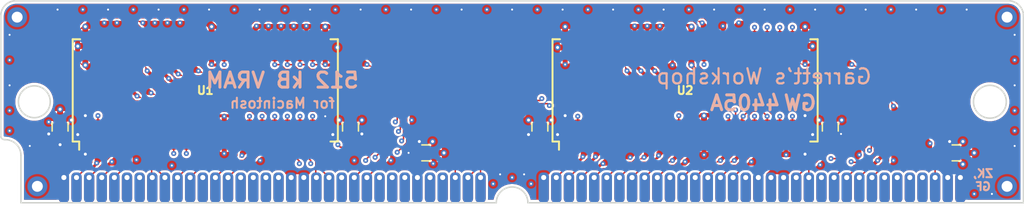
<source format=kicad_pcb>
(kicad_pcb (version 20221018) (generator pcbnew)
  (title_block (title "GW4405A") (date "2021-05-30") (rev "1.0") (company "Garrett's Workshop"))
  (layers (0 "F.Cu" signal) (1 "In1.Cu" power) (2 "In2.Cu" signal) (31 "B.Cu" power) (34 "B.Paste" user) (35 "F.Paste" user) (36 "B.SilkS" user "B.Silkscreen") (37 "F.SilkS" user "F.Silkscreen") (38 "B.Mask" user) (39 "F.Mask" user) (44 "Edge.Cuts" user))
  (net 0 "")
  (net 1 "+5V")
  (net 2 "/D0")
  (net 3 "/D1")
  (net 4 "/D2")
  (net 5 "/D3")
  (net 6 "GND")
  (net 7 "/D4")
  (net 8 "/D5")
  (net 9 "/D6")
  (net 10 "/D7")
  (net 11 "/A0")
  (net 12 "/A1")
  (net 13 "/A2")
  (net 14 "/A3")
  (net 15 "/A4")
  (net 16 "/A5")
  (net 17 "/A6")
  (net 18 "/A7")
  (net 19 "/D8")
  (net 20 "/D9")
  (net 21 "/D10")
  (net 22 "/D11")
  (net 23 "/D12")
  (net 24 "/D13")
  (net 25 "/D14")
  (net 26 "/D15")
  (net 27 "/A8")
  (net 28 "Net-(J1-Pad63)")
  (net 29 "/S14")
  (net 30 "/S15")
  (net 31 "/S13")
  (net 32 "/S12")
  (net 33 "Net-(J1-Pad51)")
  (net 34 "/U~{SE}")
  (net 35 "/U~{WE}")
  (net 36 "/S10")
  (net 37 "/S11")
  (net 38 "/U~{OE}")
  (net 39 "/S9")
  (net 40 "/S8")
  (net 41 "/SC")
  (net 42 "/L~{CAS}")
  (net 43 "/S6")
  (net 44 "/S7")
  (net 45 "/S5")
  (net 46 "/S4")
  (net 47 "/L~{SE}")
  (net 48 "/~{RAS}")
  (net 49 "/L~{WE}")
  (net 50 "/S2")
  (net 51 "/S3")
  (net 52 "/L~{OE}")
  (net 53 "/S1")
  (net 54 "/S0")
  (net 55 "/DSF")
  (net 56 "Net-(U1-Pad26)")
  (net 57 "Net-(U2-Pad26)")
  (net 58 "/U~{CAS}")
  (net 59 "/L~{OE}2")
  (net 60 "/L~{WE}2")
  (net 61 "/U~{OE}2")
  (net 62 "/U~{WE}2")
  (footprint "stdpads:PasteHole_1.1mm_PTH" (layer "F.Cu") (at 170.434 125.984)
    (fp_text reference "H3")
    (fp_text value " " hide)
  )
  (footprint "stdpads:PasteHole_1.1mm_PTH" (layer "F.Cu") (at 72.898 125.984)
    (fp_text reference "H2")
    (fp_text value " " hide)
  )
  (footprint "stdpads:Fiducial" (layer "F.Cu") (at 72.898 123.444)
    (fp_text reference "FID2" hide)
    (fp_text value "Fiducial" hide)
  )
  (footprint "stdpads:Fiducial" (layer "F.Cu") (at 170.434 123.444)
    (fp_text reference "FID3" hide)
    (fp_text value "Fiducial" hide)
  )
  (footprint "stdpads:C_0805" (layer "F.Cu") (at 75.184 120.015 90)
    (fp_text reference "C1")
    (fp_text value "2u2")
  )
  (footprint "stdpads:C_0805" (layer "F.Cu") (at 104.394 120.015 90)
    (fp_text reference "C2")
    (fp_text value "2u2")
  )
  (footprint "stdpads:Fiducial" (layer "F.Cu") (at 73.406 108.966)
    (fp_text reference "FID1" hide)
    (fp_text value "Fiducial" hide)
  )
  (footprint "stdpads:Fiducial" (layer "F.Cu") (at 167.894 108.966)
    (fp_text reference "FID4" hide)
    (fp_text value "Fiducial" hide)
  )
  (footprint "stdpads:PasteHole_1.1mm_PTH" (layer "F.Cu") (at 170.434 108.966)
    (fp_text reference "H4")
    (fp_text value " " hide)
  )
  (footprint "stdpads:PasteHole_1.1mm_PTH" (layer "F.Cu") (at 70.866 108.966)
    (fp_text reference "H1")
    (fp_text value " " hide)
  )
  (footprint "stdpads:C_0805" (layer "F.Cu") (at 123.444 120.015 90)
    (fp_text reference "C3")
    (fp_text value "2u2")
  )
  (footprint "stdpads:C_0805" (layer "F.Cu") (at 152.654 120.015 90)
    (fp_text reference "C4")
    (fp_text value "2u2")
  )
  (footprint "stdpads:C_0805" (layer "F.Cu") (at 165.315 122.6185)
    (fp_text reference "C6")
    (fp_text value "2u2")
  )
  (footprint "stdpads:MacVRAMSIMM_Edge" (layer "F.Cu") (at 120.65 127.635)
    (fp_text reference "J1" hide)
    (fp_text value "VRAM")
  )
  (footprint "stdpads:C_0805" (layer "F.Cu") (at 111.975 122.6185)
    (fp_text reference "C5")
    (fp_text value "2u2")
  )
  (footprint "stdpads:SOJ-40_400mil" (layer "F.Cu") (at 89.789 116.332 90)
    (fp_text reference "U1")
    (fp_text value "42C8255")
  )
  (footprint "stdpads:SOJ-40_400mil" (layer "F.Cu") (at 138.049 116.332 90)
    (fp_text reference "U2")
    (fp_text value "42C8255")
  )
  (gr_arc (start 119.0625 127.635) (mid 120.65 126.0475) (end 122.2375 127.635) (stroke (width 0.15)) (layer "Edge.Cuts"))
  (gr_arc (start 69.6595 121.285) (mid 70.782032 121.749968) (end 71.247 122.8725) (stroke (width 0.15)) (layer "Edge.Cuts"))
  (gr_line (start 69.215 120.904) (end 69.215 108.839) (stroke (width 0.15)) (layer "Edge.Cuts"))
  (gr_line (start 172.085 127.635) (end 172.085 108.839) (stroke (width 0.15)) (layer "Edge.Cuts"))
  (gr_line (start 122.2375 127.635) (end 172.085 127.635) (stroke (width 0.15)) (layer "Edge.Cuts"))
  (gr_line (start 71.247 127.635) (end 119.0625 127.635) (stroke (width 0.15)) (layer "Edge.Cuts"))
  (gr_line (start 71.247 122.8725) (end 71.247 127.635) (stroke (width 0.15)) (layer "Edge.Cuts"))
  (gr_circle (center 168.7068 117.475) (end 170.3578 117.475) (stroke (width 0.15)) (fill none) (layer "Edge.Cuts"))
  (gr_circle (center 72.5932 117.475) (end 74.1932 117.475) (stroke (width 0.15)) (fill none) (layer "Edge.Cuts"))
  (gr_line (start 70.739 107.315) (end 170.561 107.315) (stroke (width 0.15)) (layer "Edge.Cuts"))
  (gr_arc (start 170.561 107.315) (mid 171.638631 107.761369) (end 172.085 108.839) (stroke (width 0.15)) (layer "Edge.Cuts"))
  (gr_arc (start 69.215 108.839) (mid 69.661369 107.761369) (end 70.739 107.315) (stroke (width 0.15)) (layer "Edge.Cuts"))
  (gr_arc (start 69.596 121.285) (mid 69.326592 121.173408) (end 69.215 120.904) (stroke (width 0.15)) (layer "Edge.Cuts"))
  (gr_line (start 69.596 121.285) (end 69.6595 121.285) (stroke (width 0.15)) (layer "Edge.Cuts"))
  (gr_text "GW" (at 147.806214 117.602) (layer "B.SilkS") (effects (font (size 1.5 1.5) (thickness 0.3)) (justify right mirror)))
  (gr_text "for Macintosh" (at 97.536 117.6274) (layer "B.SilkS") (effects (font (size 1.016 1.016) (thickness 0.2032)) (justify mirror)))
  (gr_text "4405A" (at 147.785786 117.602) (layer "B.SilkS") (effects (font (size 1.5 1.5) (thickness 0.3)) (justify left mirror)))
  (gr_text "512 kB VRAM" (at 97.536 115.316) (layer "B.SilkS") (effects (font (size 1.524 1.524) (thickness 0.3)) (justify mirror)))
  (gr_text "Garrett’s Workshop" (at 145.9865 114.935) (layer "B.SilkS") (effects (font (size 1.524 1.524) (thickness 0.225)) (justify mirror)))
  (gr_text "ZK,\nGF" (at 168.021 125.349) (layer "B.SilkS") (effects (font (size 0.8128 0.8128) (thickness 0.2032)) (justify mirror)))
  (segment (start 125.984 120.802) (end 125.984 118.872) (width 0.6) (layer "F.Cu") (net 1))
  (segment (start 150.114 120.802) (end 150.114 118.872) (width 0.6) (layer "F.Cu") (net 1))
  (segment (start 74.1925 120.865) (end 74.041 120.7135) (width 0.6) (layer "F.Cu") (net 1))
  (segment (start 104.394 120.865) (end 104.2425 120.7135) (width 0.6) (layer "F.Cu") (net 1))
  (segment (start 111.125 122.6185) (end 110.236 122.6185) (width 0.5) (layer "F.Cu") (net 1))
  (segment (start 111.125 125.095) (end 111.125 122.6185) (width 0.8) (layer "F.Cu") (net 1))
  (segment (start 101.879 120.777) (end 101.854 120.802) (width 0.6) (layer "F.Cu") (net 1))
  (segment (start 125.222 120.777) (end 123.532 120.777) (width 0.6) (layer "F.Cu") (net 1))
  (segment (start 111.125 122.6185) (end 111.125 121.666) (width 0.6) (layer "F.Cu") (net 1))
  (segment (start 150.876 120.777) (end 150.139 120.777) (width 0.6) (layer "F.Cu") (net 1))
  (segment (start 123.532 120.777) (end 123.444 120.865) (width 0.6) (layer "F.Cu") (net 1))
  (segment (start 123.444 120.865) (end 122.389 120.865) (width 0.6) (layer "F.Cu") (net 1))
  (segment (start 75.272 120.777) (end 76.962 120.777) (width 0.6) (layer "F.Cu") (net 1))
  (segment (start 77.724 120.802) (end 77.724 122.7455) (width 0.6) (layer "F.Cu") (net 1))
  (segment (start 102.6795 120.7135) (end 102.616 120.777) (width 0.6) (layer "F.Cu") (net 1))
  (segment (start 164.465 122.6185) (end 164.465 121.666) (width 0.6) (layer "F.Cu") (net 1))
  (segment (start 152.654 120.865) (end 153.582 120.865) (width 0.5) (layer "F.Cu") (net 1))
  (segment (start 150.139 120.777) (end 150.114 120.802) (width 0.6) (layer "F.Cu") (net 1))
  (segment (start 104.394 120.865) (end 105.3855 120.865) (width 0.6) (layer "F.Cu") (net 1))
  (segment (start 149.2885 123.571) (end 150.114 122.7455) (width 0.6) (layer "F.Cu") (net 1))
  (segment (start 153.582 120.865) (end 153.7335 120.7135) (width 0.5) (layer "F.Cu") (net 1))
  (segment (start 77.724 123.444) (end 77.1525 124.0155) (width 0.6) (layer "F.Cu") (net 1))
  (segment (start 77.1525 124.0155) (end 76.3905 124.0155) (width 0.6) (layer "F.Cu") (net 1))
  (segment (start 111.125 121.666) (end 111.3155 121.4755) (width 0.6) (layer "F.Cu") (net 1))
  (segment (start 105.3855 120.865) (end 105.537 120.7135) (width 0.6) (layer "F.Cu") (net 1))
  (segment (start 152.566 120.777) (end 152.654 120.865) (width 0.6) (layer "F.Cu") (net 1))
  (segment (start 75.184 120.865) (end 75.272 120.777) (width 0.6) (layer "F.Cu") (net 1))
  (segment (start 164.465 121.666) (end 164.6555 121.4755) (width 0.6) (layer "F.Cu") (net 1))
  (segment (start 76.3905 124.0155) (end 75.565 124.841) (width 0.6) (layer "F.Cu") (net 1))
  (segment (start 102.616 120.777) (end 101.879 120.777) (width 0.6) (layer "F.Cu") (net 1))
  (segment (start 122.389 120.865) (end 122.301 120.777) (width 0.6) (layer "F.Cu") (net 1))
  (segment (start 125.222 120.777) (end 125.959 120.777) (width 0.6) (layer "F.Cu") (net 1))
  (segment (start 145.415 125.095) (end 145.415 124.7775) (width 0.6) (layer "F.Cu") (net 1))
  (segment (start 145.415 124.7775) (end 146.6215 123.571) (width 0.6) (layer "F.Cu") (net 1))
  (segment (start 77.724 120.802) (end 77.724 118.872) (width 0.6) (layer "F.Cu") (net 1))
  (segment (start 164.465 125.095) (end 164.465 122.6185) (width 0.8) (layer "F.Cu") (net 1))
  (segment (start 75.184 120.865) (end 74.1925 120.865) (width 0.6) (layer "F.Cu") (net 1))
  (segment (start 75.565 124.841) (end 75.565 125.095) (width 0.6) (layer "F.Cu") (net 1))
  (segment (start 146.6215 123.571) (end 149.2885 123.571) (width 0.6) (layer "F.Cu") (net 1))
  (segment (start 77.699 120.777) (end 77.724 120.802) (width 0.6) (layer "F.Cu") (net 1))
  (segment (start 76.962 120.777) (end 77.699 120.777) (width 0.6) (layer "F.Cu") (net 1))
  (segment (start 150.114 120.802) (end 150.114 122.7455) (width 0.6) (layer "F.Cu") (net 1))
  (segment (start 150.876 120.777) (end 152.566 120.777) (width 0.6) (layer "F.Cu") (net 1))
  (segment (start 75.184 120.865) (end 75.184 121.793) (width 0.6) (layer "F.Cu") (net 1))
  (segment (start 77.724 122.7455) (end 77.724 123.444) (width 0.6) (layer "F.Cu") (net 1))
  (segment (start 101.854 120.802) (end 101.854 118.9355) (width 0.5) (layer "F.Cu") (net 1))
  (segment (start 125.959 120.777) (end 125.984 120.802) (width 0.6) (layer "F.Cu") (net 1))
  (segment (start 104.2425 120.7135) (end 102.6795 120.7135) (width 0.6) (layer "F.Cu") (net 1))
  (via (at 125.984 118.872) (size 0.6) (drill 0.3) (layers "F.Cu" "B.Cu") (net 1))
  (via (at 125.222 120.777) (size 0.6) (drill 0.3) (layers "F.Cu" "B.Cu") (net 1))
  (via (at 150.114 118.872) (size 0.6) (drill 0.3) (layers "F.Cu" "B.Cu") (net 1))
  (via (at 150.876 120.777) (size 0.6) (drill 0.3) (layers "F.Cu" "B.Cu") (net 1))
  (via (at 115.57 108.204) (size 0.5) (drill 0.2) (layers "F.Cu" "B.Cu") (net 1))
  (via (at 100.33 108.204) (size 0.5) (drill 0.2) (layers "F.Cu" "B.Cu") (net 1))
  (via (at 80.01 108.204) (size 0.5) (drill 0.2) (layers "F.Cu" "B.Cu") (net 1))
  (via (at 125.73 108.204) (size 0.5) (drill 0.2) (layers "F.Cu" "B.Cu") (net 1))
  (via (at 135.89 108.204) (size 0.5) (drill 0.2) (layers "F.Cu" "B.Cu") (net 1))
  (via (at 161.29 108.204) (size 0.5) (drill 0.2) (layers "F.Cu" "B.Cu") (net 1))
  (via (at 140.97 108.204) (size 0.5) (drill 0.2) (layers "F.Cu" "B.Cu") (net 1))
  (via (at 95.25 108.204) (size 0.5) (drill 0.2) (layers "F.Cu" "B.Cu") (net 1))
  (via (at 130.81 108.204) (size 0.5) (drill 0.2) (layers "F.Cu" "B.Cu") (net 1))
  (via (at 151.13 108.204) (size 0.5) (drill 0.2) (layers "F.Cu" "B.Cu") (net 1))
  (via (at 105.41 108.204) (size 0.5) (drill 0.2) (layers "F.Cu" "B.Cu") (net 1))
  (via (at 120.65 108.204) (size 0.5) (drill 0.2) (layers "F.Cu" "B.Cu") (net 1))
  (via (at 156.21 108.204) (size 0.5) (drill 0.2) (layers "F.Cu" "B.Cu") (net 1))
  (via (at 166.37 108.204) (size 0.5) (drill 0.2) (layers "F.Cu" "B.Cu") (net 1))
  (via (at 90.17 108.204) (size 0.5) (drill 0.2) (layers "F.Cu" "B.Cu") (net 1))
  (via (at 146.05 108.204) (size 0.5) (drill 0.2) (layers "F.Cu" "B.Cu") (net 1))
  (via (at 85.09 108.204) (size 0.5) (drill 0.2) (layers "F.Cu" "B.Cu") (net 1))
  (via (at 110.49 108.204) (size 0.5) (drill 0.2) (layers "F.Cu" "B.Cu") (net 1))
  (via (at 74.93 108.204) (size 0.5) (drill 0.2) (layers "F.Cu" "B.Cu") (net 1))
  (via (at 171.196 110.744) (size 0.5) (drill 0.2) (layers "F.Cu" "B.Cu") (net 1))
  (via (at 171.196 115.824) (size 0.5) (drill 0.2) (layers "F.Cu" "B.Cu") (net 1))
  (via (at 70.104 115.824) (size 0.5) (drill 0.2) (layers "F.Cu" "B.Cu") (net 1))
  (via (at 70.104 110.744) (size 0.5) (drill 0.2) (layers "F.Cu" "B.Cu") (net 1))
  (via (at 171.196 121.92) (size 0.5) (drill 0.2) (layers "F.Cu" "B.Cu") (net 1))
  (via (at 72.136 121.92) (size 0.5) (drill 0.2) (layers "F.Cu" "B.Cu") (net 1))
  (via (at 168.91 126.746) (size 0.5) (drill 0.2) (layers "F.Cu" "B.Cu") (net 1))
  (via (at 119.4435 124.7775) (size 0.5) (drill 0.2) (layers "F.Cu" "B.Cu") (net 1))
  (via (at 121.8565 124.7775) (size 0.5) (drill 0.2) (layers "F.Cu" "B.Cu") (net 1))
  (via (at 153.7335 120.7135) (size 0.5) (drill 0.2) (layers "F.Cu" "B.Cu") (net 1))
  (via (at 75.184 121.793) (size 0.6) (drill 0.3) (layers "F.Cu" "B.Cu") (net 1))
  (via (at 150.114 122.7455) (size 0.6) (drill 0.3) (layers "F.Cu" "B.Cu") (net 1))
  (via (at 105.537 120.7135) (size 0.6) (drill 0.3) (layers "F.Cu" "B.Cu") (net 1))
  (via (at 164.6555 121.4755) (size 0.6) (drill 0.3) (layers "F.Cu" "B.Cu") (net 1))
  (via (at 77.724 122.7455) (size 0.6) (drill 0.3) (layers "F.Cu" "B.Cu") (net 1))
  (via (at 74.041 120.7135) (size 0.6) (drill 0.3) (layers "F.Cu" "B.Cu") (net 1))
  (via (at 110.236 122.6185) (size 0.5) (drill 0.2) (layers "F.Cu" "B.Cu") (net 1))
  (via (at 77.724 118.872) (size 0.6) (drill 0.3) (layers "F.Cu" "B.Cu") (net 1))
  (via (at 122.301 120.777) (size 0.6) (drill 0.3) (layers "F.Cu" "B.Cu") (net 1))
  (via (at 102.616 120.777) (size 0.6) (drill 0.3) (layers "F.Cu" "B.Cu") (net 1))
  (via (at 101.854 118.9355) (size 0.5) (drill 0.2) (layers "F.Cu" "B.Cu") (net 1))
  (via (at 76.962 120.777) (size 0.6) (drill 0.3) (layers "F.Cu" "B.Cu") (net 1))
  (via (at 111.3155 121.4755) (size 0.6) (drill 0.3) (layers "F.Cu" "B.Cu") (net 1))
  (segment (start 75.565 125.095) (end 75.565 124.3965) (width 1) (layer "B.Cu") (net 1))
  (segment (start 164.465 125.095) (end 164.465 124.3965) (width 1) (layer "B.Cu") (net 1))
  (segment (start 145.415 125.095) (end 145.415 124.3965) (width 1) (layer "B.Cu") (net 1))
  (segment (start 111.125 125.095) (end 111.125 124.3965) (width 1) (layer "B.Cu") (net 1))
  (segment (start 86.614 120.802) (end 86.614 122.682) (width 0.15) (layer "F.Cu") (net 2))
  (via (at 86.614 122.682) (size 0.5) (drill 0.2) (layers "F.Cu" "B.Cu") (net 2))
  (segment (start 87.884 120.802) (end 87.884 122.682) (width 0.15) (layer "F.Cu") (net 3))
  (via (at 87.884 122.682) (size 0.5) (drill 0.2) (layers "F.Cu" "B.Cu") (net 3))
  (segment (start 93.94825 124.0155) (end 93.1545 124.0155) (width 0.15) (layer "F.Cu") (net 4))
  (segment (start 94.869 118.4275) (end 95.6945 118.4275) (width 0.15) (layer "F.Cu") (net 4))
  (segment (start 89.154 119.146) (end 90.19 118.11) (width 0.15) (layer "F.Cu") (net 4))
  (segment (start 94.5515 118.11) (end 94.869 118.4275) (width 0.15) (layer "F.Cu") (net 4))
  (segment (start 96.139 118.872) (end 96.139 122.428) (width 0.15) (layer "F.Cu") (net 4))
  (segment (start 95.28175 122.682) (end 93.94825 124.0155) (width 0.15) (layer "F.Cu") (net 4))
  (segment (start 95.6945 118.4275) (end 96.139 118.872) (width 0.15) (layer "F.Cu") (net 4))
  (segment (start 95.885 122.682) (end 95.28175 122.682) (width 0.15) (layer "F.Cu") (net 4))
  (segment (start 96.139 122.428) (end 95.885 122.682) (width 0.15) (layer "F.Cu") (net 4))
  (segment (start 93.1545 124.0155) (end 92.075 125.095) (width 0.15) (layer "F.Cu") (net 4))
  (segment (start 90.19 118.11) (end 94.5515 118.11) (width 0.15) (layer "F.Cu") (net 4))
  (segment (start 89.154 120.802) (end 89.154 119.146) (width 0.15) (layer "F.Cu") (net 4))
  (segment (start 94.869 122.6185) (end 94.869 118.872) (width 0.15) (layer "F.Cu") (net 5))
  (segment (start 94.4245 118.4275) (end 91.1225 118.4275) (width 0.15) (layer "F.Cu") (net 5))
  (segment (start 93.0275 123.698) (end 93.7895 123.698) (width 0.15) (layer "F.Cu") (net 5))
  (segment (start 92.5195 124.206) (end 93.0275 123.698) (width 0.15) (layer "F.Cu") (net 5))
  (segment (start 91.1225 118.4275) (end 90.424 119.126) (width 0.15) (layer "F.Cu") (net 5))
  (segment (start 91.694 124.206) (end 92.5195 124.206) (width 0.15) (layer "F.Cu") (net 5))
  (segment (start 93.7895 123.698) (end 94.869 122.6185) (width 0.15) (layer "F.Cu") (net 5))
  (segment (start 94.869 118.872) (end 94.4245 118.4275) (width 0.15) (layer "F.Cu") (net 5))
  (segment (start 90.424 119.126) (end 90.424 120.802) (width 0.15) (layer "F.Cu") (net 5))
  (segment (start 90.805 125.095) (end 91.694 124.206) (width 0.15) (layer "F.Cu") (net 5))
  (segment (start 150.851 111.862) (end 150.876 111.887) (width 0.6) (layer "F.Cu") (net 6))
  (segment (start 150.114 111.862) (end 150.851 111.862) (width 0.6) (layer "F.Cu") (net 6))
  (segment (start 139.954 120.802) (end 139.954 118.872) (width 0.6) (layer "F.Cu") (net 6))
  (segment (start 150.114 111.862) (end 150.114 109.9185) (width 0.6) (layer "F.Cu") (net 6))
  (segment (start 125.984 111.862) (end 125.984 109.9185) (width 0.6) (layer "F.Cu") (net 6))
  (segment (start 138.684 111.862) (end 138.684 109.9185) (width 0.6) (layer "F.Cu") (net 6))
  (segment (start 138.684 111.862) (end 138.684 113.792) (width 0.6) (layer "F.Cu") (net 6))
  (segment (start 124.4355 119.165) (end 124.587 119.3165) (width 0.6) (layer "F.Cu") (net 6))
  (segment (start 123.444 119.165) (end 124.4355 119.165) (width 0.6) (layer "F.Cu") (net 6))
  (segment (start 122.4525 119.165) (end 122.301 119.3165) (width 0.6) (layer "F.Cu") (net 6))
  (segment (start 123.444 119.165) (end 122.4525 119.165) (width 0.6) (layer "F.Cu") (net 6))
  (segment (start 152.654 119.165) (end 153.6455 119.165) (width 0.6) (layer "F.Cu") (net 6))
  (segment (start 151.6625 119.165) (end 151.511 119.3165) (width 0.6) (layer "F.Cu") (net 6))
  (segment (start 152.654 119.165) (end 151.6625 119.165) (width 0.6) (layer "F.Cu") (net 6))
  (segment (start 153.6455 119.165) (end 153.797 119.3165) (width 0.6) (layer "F.Cu") (net 6))
  (segment (start 77.724 111.862) (end 77.724 109.9185) (width 0.6) (layer "F.Cu") (net 6))
  (segment (start 112.825 123.5855) (end 112.7125 123.698) (width 0.5) (layer "F.Cu") (net 6))
  (segment (start 112.825 122.6185) (end 112.825 121.6515) (width 0.6) (layer "F.Cu") (net 6))
  (segment (start 166.165 121.6515) (end 165.989 121.4755) (width 0.6) (layer "F.Cu") (net 6))
  (segment (start 166.165 122.6185) (end 166.165 121.6515) (width 0.6) (layer "F.Cu") (net 6))
  (segment (start 75.184 119.165) (end 76.1755 119.165) (width 0.6) (layer "F.Cu") (net 6))
  (segment (start 125.984 111.862) (end 125.984 113.7285) (width 0.5) (layer "F.Cu") (net 6))
  (segment (start 75.184 119.165) (end 75.184 118.237) (width 0.6) (layer "F.Cu") (net 6))
  (segment (start 150.114 111.862) (end 150.114 113.7285) (width 0.5) (layer "F.Cu") (net 6))
  (segment (start 91.694 120.802) (end 91.694 122.682) (width 0.5) (layer "F.Cu") (net 6))
  (segment (start 104.394 119.165) (end 105.3855 119.165) (width 0.6) (layer "F.Cu") (net 6))
  (segment (start 166.165 122.6185) (end 167.132 122.6185) (width 0.6) (layer "F.Cu") (net 6))
  (segment (start 101.854 111.862) (end 101.854 113.7412) (width 0.5) (layer "F.Cu") (net 6))
  (segment (start 125.984 111.862) (end 125.832 112.014) (width 0.6) (layer "F.Cu") (net 6))
  (segment (start 76.1755 119.165) (end 76.327 119.3165) (width 0.6) (layer "F.Cu") (net 6))
  (segment (start 98.425 125.095) (end 98.425 124.7775) (width 1) (layer "F.Cu") (net 6))
  (segment (start 104.394 119.165) (end 103.4025 119.165) (width 0.6) (layer "F.Cu") (net 6))
  (segment (start 112.825 122.6185) (end 112.825 123.5855) (width 0.5) (layer "F.Cu") (net 6))
  (segment (start 99.695 125.095) (end 99.695 124.7775) (width 1) (layer "F.Cu") (net 6))
  (segment (start 166.165 123.5855) (end 165.989 123.7615) (width 0.6) (layer "F.Cu") (net 6))
  (segment (start 75.184 119.165) (end 74.3195 119.165) (width 0.5) (layer "F.Cu") (net 6))
  (segment (start 90.424 111.862) (end 90.424 109.9185) (width 0.6) (layer "F.Cu") (net 6))
  (segment (start 166.165 122.6185) (end 166.165 123.5855) (width 0.6) (layer "F.Cu") (net 6))
  (segment (start 101.854 111.862) (end 102.006 112.014) (width 0.6) (layer "F.Cu") (net 6))
  (segment (start 90.424 111.862) (end 90.424 113.7285) (width 0.5) (layer "F.Cu") (net 6))
  (segment (start 105.3855 119.165) (end 105.537 119.3165) (width 0.6) (layer "F.Cu") (net 6))
  (segment (start 77.724 111.862) (end 76.987 111.862) (width 0.6) (layer "F.Cu") (net 6))
  (segment (start 112.825 121.6515) (end 112.649 121.4755) (width 0.6) (layer "F.Cu") (net 6))
  (segment (start 123.825 125.095) (end 123.825 124.46) (width 1) (layer "F.Cu") (net 6))
  (segment (start 102.006 112.014) (end 103.0605 112.014) (width 0.6) (layer "F.Cu") (net 6))
  (segment (start 77.724 111.862) (end 77.724 113.792) (width 0.6) (layer "F.Cu") (net 6))
  (segment (start 103.4025 119.165) (end 103.251 119.3165) (width 0.6) (layer "F.Cu") (net 6))
  (segment (start 101.854 111.862) (end 101.854 109.9185) (width 0.6) (layer "F.Cu") (net 6))
  (segment (start 125.832 112.014) (end 125.222 112.014) (width 0.6) (layer "F.Cu") (net 6))
  (segment (start 76.987 111.862) (end 76.962 111.887) (width 0.6) (layer "F.Cu") (net 6))
  (segment (start 112.825 122.6185) (end 113.792 122.6185) (width 0.6) (layer "F.Cu") (net 6))
  (segment (start 139.954 120.802) (end 139.954 122.809) (width 0.5) (layer "F.Cu") (net 6))
  (segment (start 147.955 125.095) (end 147.955 124.7775) (width 1) (layer "F.Cu") (net 6))
  (segment (start 91.694 120.802) (end 91.694 118.9355) (width 0.5) (layer "F.Cu") (net 6))
  (via (at 120.65 125.095) (size 0.508) (drill 0.2) (layers "F.Cu" "B.Cu") (net 6))
  (via (at 118.745 125.73) (size 0.508) (drill 0.2) (layers "F.Cu" "B.Cu") (net 6))
  (via (at 150.876 111.887) (size 0.6) (drill 0.3) (layers "F.Cu" "B.Cu") (net 6))
  (via (at 139.954 118.872) (size 0.6) (drill 0.3) (layers "F.Cu" "B.Cu") (net 6))
  (via (at 150.114 109.9185) (size 0.6) (drill 0.3) (layers "F.Cu" "B.Cu") (net 6))
  (via (at 125.984 109.9185) (size 0.6) (drill 0.3) (layers "F.Cu" "B.Cu") (net 6))
  (via (at 138.684 109.9185) (size 0.6) (drill 0.3) (layers "F.Cu" "B.Cu") (net 6))
  (via (at 138.684 113.792) (size 0.6) (drill 0.3) (layers "F.Cu" "B.Cu") (net 6))
  (via (at 122.301 119.3165) (size 0.6) (drill 0.3) (layers "F.Cu" "B.Cu") (net 6))
  (via (at 124.587 119.3165) (size 0.6) (drill 0.3) (layers "F.Cu" "B.Cu") (net 6))
  (via (at 151.511 119.3165) (size 0.6) (drill 0.3) (layers "F.Cu" "B.Cu") (net 6))
  (via (at 153.797 119.3165) (size 0.6) (drill 0.3) (layers "F.Cu" "B.Cu") (net 6))
  (via (at 122.555 125.73) (size 0.508) (drill 0.2) (layers "F.Cu" "B.Cu") (net 6))
  (via (at 139.954 118.872) (size 0.6) (drill 0.3) (layers "F.Cu" "B.Cu") (net 6))
  (via (at 135.509 109.855) (size 0.5) (drill 0.2) (layers "F.Cu" "B.Cu") (net 6))
  (via (at 83.947 114.3635) (size 0.5) (drill 0.2) (layers "F.Cu" "B.Cu") (net 6))
  (via (at 136.779 123.3805) (size 0.5) (drill 0.2) (layers "F.Cu" "B.Cu") (net 6))
  (via (at 141.605 123.3805) (size 0.5) (drill 0.2) (layers "F.Cu" "B.Cu") (net 6))
  (via (at 143.002 123.3805) (size 0.5) (drill 0.2) (layers "F.Cu" "B.Cu") (net 6))
  (via (at 144.7165 123.5075) (size 0.5) (drill 0.2) (layers "F.Cu" "B.Cu") (net 6))
  (via (at 127.762 122.9995) (size 0.5) (drill 0.2) (layers "F.Cu" "B.Cu") (net 6))
  (via (at 129.032 122.9995) (size 0.5) (drill 0.2) (layers "F.Cu" "B.Cu") (net 6))
  (via (at 129.794 123.698) (size 0.5) (drill 0.2) (layers "F.Cu" "B.Cu") (net 6))
  (via (at 138.049 123.5075) (size 0.5) (drill 0.2) (layers "F.Cu" "B.Cu") (net 6))
  (via (at 136.779 113.792) (size 0.5) (drill 0.2) (layers "F.Cu" "B.Cu") (net 6))
  (via (at 82.8675 123.317) (size 0.5) (drill 0.2) (layers "F.Cu" "B.Cu") (net 6))
  (via (at 78.867 123.6345) (size 0.5) (drill 0.2) (layers "F.Cu" "B.Cu") (net 6))
  (via (at 80.391 123.5075) (size 0.5) (drill 0.2) (layers "F.Cu" "B.Cu") (net 6))
  (via (at 86.4235 123.8885) (size 0.5) (drill 0.2) (layers "F.Cu" "B.Cu") (net 6))
  (via (at 84.328 116.586) (size 0.5) (drill 0.2) (layers "F.Cu" "B.Cu") (net 6))
  (via (at 82.931 116.9035) (size 0.5) (drill 0.2) (layers "F.Cu" "B.Cu") (net 6))
  (via (at 93.472 122.8725) (size 0.5) (drill 0.2) (layers "F.Cu" "B.Cu") (net 6))
  (via (at 135.382 122.8725) (size 0.5) (drill 0.2) (layers "F.Cu" "B.Cu") (net 6))
  (via (at 133.9215 123.063) (size 0.5) (drill 0.2) (layers "F.Cu" "B.Cu") (net 6))
  (via (at 132.5245 123.063) (size 0.5) (drill 0.2) (layers "F.Cu" "B.Cu") (net 6))
  (via (at 77.47 108.204) (size 0.5) (drill 0.2) (layers "F.Cu" "B.Cu") (net 6))
  (via (at 123.19 108.204) (size 0.5) (drill 0.2) (layers "F.Cu" "B.Cu") (net 6))
  (via (at 118.11 108.204) (size 0.5) (drill 0.2) (layers "F.Cu" "B.Cu") (net 6))
  (via (at 113.03 108.204) (size 0.5) (drill 0.2) (layers "F.Cu" "B.Cu") (net 6))
  (via (at 102.87 108.204) (size 0.5) (drill 0.2) (layers "F.Cu" "B.Cu") (net 6))
  (via (at 107.95 108.204) (size 0.5) (drill 0.2) (layers "F.Cu" "B.Cu") (net 6))
  (via (at 97.79 108.204) (size 0.5) (drill 0.2) (layers "F.Cu" "B.Cu") (net 6))
  (via (at 92.71 108.204) (size 0.5) (drill 0.2) (layers "F.Cu" "B.Cu") (net 6))
  (via (at 87.63 108.204) (size 0.5) (drill 0.2) (layers "F.Cu" "B.Cu") (net 6))
  (via (at 82.55 108.204) (size 0.5) (drill 0.2) (layers "F.Cu" "B.Cu") (net 6))
  (via (at 163.83 108.204) (size 0.5) (drill 0.2) (layers "F.Cu" "B.Cu") (net 6))
  (via (at 148.59 108.204) (size 0.5) (drill 0.2) (layers "F.Cu" "B.Cu") (net 6))
  (via (at 128.27 108.204) (size 0.5) (drill 0.2) (layers "F.Cu" "B.Cu") (net 6))
  (via (at 143.51 108.204) (size 0.5) (drill 0.2) (layers "F.Cu" "B.Cu") (net 6))
  (via (at 153.67 108.204) (size 0.5) (drill 0.2) (layers "F.Cu" "B.Cu") (net 6))
  (via (at 138.43 108.204) (size 0.5) (drill 0.2) (layers "F.Cu" "B.Cu") (net 6))
  (via (at 133.35 108.204) (size 0.5) (drill 0.2) (layers "F.Cu" "B.Cu") (net 6))
  (via (at 158.75 108.204) (size 0.5) (drill 0.2) (layers "F.Cu" "B.Cu") (net 6))
  (via (at 171.196 113.284) (size 0.5) (drill 0.2) (layers "F.Cu" "B.Cu") (net 6))
  (via (at 171.196 118.364) (size 0.5) (drill 0.2) (layers "F.Cu" "B.Cu") (net 6))
  (via (at 70.104 113.284) (size 0.5) (drill 0.2) (layers "F.Cu" "B.Cu") (net 6))
  (via (at 70.104 118.364) (size 0.5) (drill 0.2) (layers "F.Cu" "B.Cu") (net 6))
  (via (at 70.104 120.396) (size 0.5) (drill 0.2) (layers "F.Cu" "B.Cu") (net 6))
  (via (at 171.196 120.396) (size 0.5) (drill 0.2) (layers "F.Cu" "B.Cu") (net 6))
  (via (at 167.132 126.746) (size 0.5) (drill 0.2) (layers "F.Cu" "B.Cu") (net 6))
  (via (at 151.638 123.825) (size 0.5) (drill 0.2) (layers "F.Cu" "B.Cu") (net 6))
  (via (at 89.0905 114.3635) (size 0.5) (drill 0.2) (layers "F.Cu" "B.Cu") (net 6))
  (via (at 79.629 109.5375) (size 0.5) (drill 0.2) (layers "F.Cu" "B.Cu") (net 6))
  (via (at 83.5025 109.5375) (size 0.5) (drill 0.2) (layers "F.Cu" "B.Cu") (net 6))
  (via (at 87.0585 114.681) (size 0.5) (drill 0.2) (layers "F.Cu" "B.Cu") (net 6))
  (via (at 86.106 115.1255) (size 0.5) (drill 0.2) (layers "F.Cu" "B.Cu") (net 6))
  (via (at 132.969 109.855) (size 0.5) (drill 0.2) (layers "F.Cu" "B.Cu") (net 6))
  (via (at 134.239 109.855) (size 0.5) (drill 0.2) (layers "F.Cu" "B.Cu") (net 6))
  (via (at 96.139 109.855) (size 0.5) (drill 0.2) (layers "F.Cu" "B.Cu") (net 6))
  (via (at 97.409 109.855) (size 0.5) (drill 0.2) (layers "F.Cu" "B.Cu") (net 6))
  (via (at 98.679 109.855) (size 0.5) (drill 0.2) (layers "F.Cu" "B.Cu") (net 6))
  (via (at 99.949 109.855) (size 0.5) (drill 0.2) (layers "F.Cu" "B.Cu") (net 6))
  (via (at 94.9325 109.855) (size 0.5) (drill 0.2) (layers "F.Cu" "B.Cu") (net 6))
  (via (at 84.709 109.5375) (size 0.5) (drill 0.2) (layers "F.Cu" "B.Cu") (net 6))
  (via (at 85.979 109.5375) (size 0.5) (drill 0.2) (layers "F.Cu" "B.Cu") (net 6))
  (via (at 87.249 109.5375) (size 0.5) (drill 0.2) (layers "F.Cu" "B.Cu") (net 6))
  (via (at 80.899 109.5375) (size 0.5) (drill 0.2) (layers "F.Cu" "B.Cu") (net 6))
  (via (at 143.4465 109.5375) (size 0.5) (drill 0.2) (layers "F.Cu" "B.Cu") (net 6))
  (via (at 141.859 109.855) (size 0.5) (drill 0.2) (layers "F.Cu" "B.Cu") (net 6))
  (via (at 132.207 114.3635) (size 0.5) (drill 0.2) (layers "F.Cu" "B.Cu") (net 6))
  (via (at 148.209 122.809) (size 0.5) (drill 0.2) (layers "F.Cu" "B.Cu") (net 6))
  (via (at 135.001 114.3635) (size 0.5) (drill 0.2) (layers "F.Cu" "B.Cu") (net 6))
  (via (at 155.575 122.809) (size 0.5) (drill 0.2) (layers "F.Cu" "B.Cu") (net 6))
  (via (at 157.4165 123.3805) (size 0.5) (drill 0.2) (layers "F.Cu" "B.Cu") (net 6))
  (via (at 104.775 123.3805) (size 0.5) (drill 0.2) (layers "F.Cu" "B.Cu") (net 6))
  (via (at 133.604 114.3635) (size 0.5) (drill 0.2) (layers "F.Cu" "B.Cu") (net 6))
  (via (at 139.7635 109.5375) (size 0.5) (drill 0.2) (layers "F.Cu" "B.Cu") (net 6))
  (via (at 106.045 113.7285) (size 0.5) (drill 0.2) (layers "F.Cu" "B.Cu") (net 6))
  (via (at 110.5535 119.3165) (size 0.5) (drill 0.2) (layers "F.Cu" "B.Cu") (net 6))
  (via (at 159.004 117.9195) (size 0.5) (drill 0.2) (layers "F.Cu" "B.Cu") (net 6))
  (via (at 154.813 113.7285) (size 0.5) (drill 0.2) (layers "F.Cu" "B.Cu") (net 6))
  (via (at 162.687 121.666) (size 0.5) (drill 0.2) (layers "F.Cu" "B.Cu") (net 6))
  (via (at 159.004 123.3805) (size 0.5) (drill 0.2) (layers "F.Cu" "B.Cu") (net 6))
  (via (at 108.458 123.3805) (size 0.5) (drill 0.2) (layers "F.Cu" "B.Cu") (net 6))
  (via (at 95.3135 123.3805) (size 0.5) (drill 0.2) (layers "F.Cu" "B.Cu") (net 6))
  (via (at 112.7125 123.698) (size 0.5) (drill 0.2) (layers "F.Cu" "B.Cu") (net 6))
  (via (at 167.132 122.6185) (size 0.6) (drill 0.3) (layers "F.Cu" "B.Cu") (net 6))
  (via (at 77.724 113.792) (size 0.6) (drill 0.3) (layers "F.Cu" "B.Cu") (net 6))
  (via (at 165.989 123.7615) (size 0.6) (drill 0.3) (layers "F.Cu" "B.Cu") (net 6))
  (via (at 90.424 109.9185) (size 0.6) (drill 0.3) (layers "F.Cu" "B.Cu") (net 6))
  (via (at 74.041 119.507) (size 0.5) (drill 0.2) (layers "F.Cu" "B.Cu") (net 6))
  (via (at 165.989 121.4755) (size 0.6) (drill 0.3) (layers "F.Cu" "B.Cu") (net 6))
  (via (at 101.854 113.7412) (size 0.5) (drill 0.2) (layers "F.Cu" "B.Cu") (net 6))
  (via (at 101.854 109.9185) (size 0.6) (drill 0.3) (layers "F.Cu" "B.Cu") (net 6))
  (via (at 91.694 122.682) (size 0.5) (drill 0.2) (layers "F.Cu" "B.Cu") (net 6))
  (via (at 112.649 121.4755) (size 0.6) (drill 0.3) (layers "F.Cu" "B.Cu") (net 6))
  (via (at 113.792 122.6185) (size 0.6) (drill 0.3) (layers "F.Cu" "B.Cu") (net 6))
  (via (at 76.962 111.887) (size 0.6) (drill 0.3) (layers "F.Cu" "B.Cu") (net 6))
  (via (at 139.954 122.809) (size 0.5) (drill 0.2) (layers "F.Cu" "B.Cu") (net 6))
  (via (at 105.537 119.3165) (size 0.6) (drill 0.3) (layers "F.Cu" "B.Cu") (net 6))
  (via (at 125.222 112.014) (size 0.6) (drill 0.3) (layers "F.Cu" "B.Cu") (net 6))
  (via (at 150.114 113.7285) (size 0.5) (drill 0.2) (layers "F.Cu" "B.Cu") (net 6))
  (via (at 76.327 119.3165) (size 0.6) (drill 0.3) (layers "F.Cu" "B.Cu") (net 6))
  (via (at 103.251 119.3165) (size 0.6) (drill 0.3) (layers "F.Cu" "B.Cu") (net 6))
  (via (at 77.724 109.9185) (size 0.6) (drill 0.3) (layers "F.Cu" "B.Cu") (net 6))
  (via (at 90.424 113.7285) (size 0.5) (drill 0.2) (layers "F.Cu" "B.Cu") (net 6))
  (via (at 91.694 118.9355) (size 0.5) (drill 0.2) (layers "F.Cu" "B.Cu") (net 6))
  (via (at 103.0605 112.014) (size 0.6) (drill 0.3) (layers "F.Cu" "B.Cu") (net 6))
  (via (at 125.984 113.7285) (size 0.5) (drill 0.2) (layers "F.Cu" "B.Cu") (net 6))
  (via (at 75.184 118.237) (size 0.6) (drill 0.3) (layers "F.Cu" "B.Cu") (net 6))
  (segment (start 89.154 111.862) (end 89.154 113.7285) (width 0.15) (layer "F.Cu") (net 7))
  (segment (start 99.441 115.57) (end 99.7585 115.8875) (width 0.15) (layer "F.Cu") (net 7))
  (segment (start 96.393 114.935) (end 97.155 114.935) (width 0.15) (layer "F.Cu") (net 7))
  (segment (start 100.9015 116.2685) (end 105.6005 116.2685) (width 0.15) (layer "F.Cu") (net 7))
  (segment (start 107.7595 122.8725) (end 106.426 124.206) (width 0.15) (layer "F.Cu") (net 7))
  (segment (start 105.6005 116.2685) (end 107.7595 118.4275) (width 0.15) (layer "F.Cu") (net 7))
  (segment (start 98.298 115.2525) (end 98.6155 115.57) (width 0.15) (layer "F.Cu") (net 7))
  (segment (start 89.9795 114.554) (end 96.012 114.554) (width 0.15) (layer "F.Cu") (net 7))
  (segment (start 100.5205 115.8875) (end 100.9015 116.2685) (width 0.15) (layer "F.Cu") (net 7))
  (segment (start 89.154 113.7285) (end 89.9795 114.554) (width 0.15) (layer "F.Cu") (net 7))
  (segment (start 96.012 114.554) (end 96.393 114.935) (width 0.15) (layer "F.Cu") (net 7))
  (segment (start 106.426 124.206) (end 105.664 124.206) (width 0.15) (layer "F.Cu") (net 7))
  (segment (start 105.664 124.206) (end 104.775 125.095) (width 0.15) (layer "F.Cu") (net 7))
  (segment (start 99.7585 115.8875) (end 100.5205 115.8875) (width 0.15) (layer "F.Cu") (net 7))
  (segment (start 97.155 114.935) (end 97.4725 115.2525) (width 0.15) (layer "F.Cu") (net 7))
  (segment (start 97.4725 115.2525) (end 98.298 115.2525) (width 0.15) (layer "F.Cu") (net 7))
  (segment (start 98.6155 115.57) (end 99.441 115.57) (width 0.15) (layer "F.Cu") (net 7))
  (segment (start 107.7595 118.4275) (end 107.7595 122.8725) (width 0.15) (layer "F.Cu") (net 7))
  (segment (start 89.789 110.1725) (end 89.789 113.919) (width 0.15) (layer "F.Cu") (net 8))
  (segment (start 88.3285 109.728) (end 89.3445 109.728) (width 0.15) (layer "F.Cu") (net 8))
  (segment (start 90.1065 114.2365) (end 96.139 114.2365) (width 0.15) (layer "F.Cu") (net 8))
  (segment (start 97.5995 114.935) (end 98.425 114.935) (width 0.15) (layer "F.Cu") (net 8))
  (segment (start 89.3445 109.728) (end 89.789 110.1725) (width 0.15) (layer "F.Cu") (net 8))
  (segment (start 87.884 111.862) (end 87.884 110.1725) (width 0.15) (layer "F.Cu") (net 8))
  (segment (start 108.077 118.3005) (end 108.077 123.063) (width 0.15) (layer "F.Cu") (net 8))
  (segment (start 89.789 113.919) (end 90.1065 114.2365) (width 0.15) (layer "F.Cu") (net 8))
  (segment (start 108.077 123.063) (end 106.045 125.095) (width 0.15) (layer "F.Cu") (net 8))
  (segment (start 100.6475 115.57) (end 101.0285 115.951) (width 0.15) (layer "F.Cu") (net 8))
  (segment (start 98.7425 115.2525) (end 99.568 115.2525) (width 0.15) (layer "F.Cu") (net 8))
  (segment (start 98.425 114.935) (end 98.7425 115.2525) (width 0.15) (layer "F.Cu") (net 8))
  (segment (start 87.884 110.1725) (end 88.3285 109.728) (width 0.15) (layer "F.Cu") (net 8))
  (segment (start 105.7275 115.951) (end 108.077 118.3005) (width 0.15) (layer "F.Cu") (net 8))
  (segment (start 96.139 114.2365) (end 96.52 114.6175) (width 0.15) (layer "F.Cu") (net 8))
  (segment (start 99.8855 115.57) (end 100.6475 115.57) (width 0.15) (layer "F.Cu") (net 8))
  (segment (start 101.0285 115.951) (end 105.7275 115.951) (width 0.15) (layer "F.Cu") (net 8))
  (segment (start 99.568 115.2525) (end 99.8855 115.57) (width 0.15) (layer "F.Cu") (net 8))
  (segment (start 96.52 114.6175) (end 97.282 114.6175) (width 0.15) (layer "F.Cu") (net 8))
  (segment (start 97.282 114.6175) (end 97.5995 114.935) (width 0.15) (layer "F.Cu") (net 8))
  (segment (start 97.3455 115.57) (end 97.028 115.2525) (width 0.15) (layer "F.Cu") (net 9))
  (segment (start 99.314 115.8875) (end 98.4885 115.8875) (width 0.15) (layer "F.Cu") (net 9))
  (segment (start 105.4735 116.586) (end 100.7745 116.586) (width 0.15) (layer "F.Cu") (net 9))
  (segment (start 96.266 115.2525) (end 95.885 114.8715) (width 0.15) (layer "F.Cu") (net 9))
  (segment (start 87.9475 114.8715) (end 86.614 113.538) (width 0.15) (layer "F.Cu") (net 9))
  (segment (start 95.885 114.8715) (end 87.9475 114.8715) (width 0.15) (layer "F.Cu") (net 9))
  (segment (start 107.442 118.5545) (end 105.4735 116.586) (width 0.15) (layer "F.Cu") (net 9))
  (segment (start 100.7745 116.586) (end 100.3935 116.205) (width 0.15) (layer "F.Cu") (net 9))
  (segment (start 98.4885 115.8875) (end 98.171 115.57) (width 0.15) (layer "F.Cu") (net 9))
  (segment (start 99.6315 116.205) (end 99.314 115.8875) (width 0.15) (layer "F.Cu") (net 9))
  (segment (start 98.171 115.57) (end 97.3455 115.57) (width 0.15) (layer "F.Cu") (net 9))
  (segment (start 107.442 122.4915) (end 107.442 118.5545) (width 0.15) (layer "F.Cu") (net 9))
  (segment (start 97.028 115.2525) (end 96.266 115.2525) (width 0.15) (layer "F.Cu") (net 9))
  (segment (start 100.3935 116.205) (end 99.6315 116.205) (width 0.15) (layer "F.Cu") (net 9))
  (segment (start 86.614 113.538) (end 86.614 111.862) (width 0.15) (layer "F.Cu") (net 9))
  (segment (start 106.8705 123.063) (end 107.442 122.4915) (width 0.15) (layer "F.Cu") (net 9))
  (via (at 106.8705 123.063) (size 0.5) (drill 0.2) (layers "F.Cu" "B.Cu") (net 9))
  (segment (start 105.918 123.317) (end 107.1245 122.1105) (width 0.15) (layer "F.Cu") (net 10))
  (segment (start 100.2665 116.5225) (end 99.5045 116.5225) (width 0.15) (layer "F.Cu") (net 10))
  (segment (start 99.187 116.205) (end 98.3615 116.205) (width 0.15) (layer "F.Cu") (net 10))
  (segment (start 99.5045 116.5225) (end 99.187 116.205) (width 0.15) (layer "F.Cu") (net 10))
  (segment (start 86.868 115.189) (end 85.344 113.665) (width 0.15) (layer "F.Cu") (net 10))
  (segment (start 107.1245 118.6815) (end 105.3465 116.9035) (width 0.15) (layer "F.Cu") (net 10))
  (segment (start 105.3465 116.9035) (end 100.6475 116.9035) (width 0.15) (layer "F.Cu") (net 10))
  (segment (start 96.8375 115.57) (end 96.139 115.57) (width 0.15) (layer "F.Cu") (net 10))
  (segment (start 98.044 115.8875) (end 97.155 115.8875) (width 0.15) (layer "F.Cu") (net 10))
  (segment (start 85.344 113.665) (end 85.344 111.862) (width 0.15) (layer "F.Cu") (net 10))
  (segment (start 98.3615 116.205) (end 98.044 115.8875) (width 0.15) (layer "F.Cu") (net 10))
  (segment (start 97.155 115.8875) (end 96.8375 115.57) (width 0.15) (layer "F.Cu") (net 10))
  (segment (start 100.6475 116.9035) (end 100.2665 116.5225) (width 0.15) (layer "F.Cu") (net 10))
  (segment (start 105.918 123.3805) (end 105.918 123.317) (width 0.15) (layer "F.Cu") (net 10))
  (segment (start 95.758 115.189) (end 86.868 115.189) (width 0.15) (layer "F.Cu") (net 10))
  (segment (start 96.139 115.57) (end 95.758 115.189) (width 0.15) (layer "F.Cu") (net 10))
  (segment (start 107.1245 122.1105) (end 107.1245 118.6815) (width 0.15) (layer "F.Cu") (net 10))
  (via (at 105.918 123.3805) (size 0.5) (drill 0.2) (layers "F.Cu" "B.Cu") (net 10))
  (segment (start 98.679 114.2365) (end 97.8535 114.2365) (width 0.15) (layer "F.Cu") (net 11))
  (segment (start 101.219 115.189) (end 100.9015 114.8715) (width 0.15) (layer "F.Cu") (net 11))
  (segment (start 100.1395 114.8715) (end 99.822 114.554) (width 0.15) (layer "F.Cu") (net 11))
  (segment (start 145.034 111.862) (end 145.034 109.982) (width 0.15) (layer "F.Cu") (net 11))
  (segment (start 109.093 119.3165) (end 109.093 118.364) (width 0.15) (layer "F.Cu") (net 11))
  (segment (start 97.8535 114.2365) (end 97.3582 113.7412) (width 0.15) (layer "F.Cu") (net 11))
  (segment (start 105.918 115.189) (end 101.219 115.189) (width 0.15) (layer "F.Cu") (net 11))
  (segment (start 109.093 118.364) (end 105.918 115.189) (width 0.15) (layer "F.Cu") (net 11))
  (segment (start 97.3582 113.7412) (end 96.774 113.7412) (width 0.15) (layer "F.Cu") (net 11))
  (segment (start 98.9965 114.554) (end 98.679 114.2365) (width 0.15) (layer "F.Cu") (net 11))
  (segment (start 99.822 114.554) (end 98.9965 114.554) (width 0.15) (layer "F.Cu") (net 11))
  (segment (start 100.9015 114.8715) (end 100.1395 114.8715) (width 0.15) (layer "F.Cu") (net 11))
  (segment (start 96.774 113.7412) (end 96.774 111.862) (width 0.15) (layer "F.Cu") (net 11))
  (segment (start 108.9025 119.507) (end 109.093 119.3165) (width 0.15) (layer "F.Cu") (net 11))
  (via (at 96.774 113.7412) (size 0.5) (drill 0.2) (layers "F.Cu" "B.Cu") (net 11))
  (via (at 108.9025 119.507) (size 0.5) (drill 0.2) (layers "F.Cu" "B.Cu") (net 11))
  (via (at 145.034 109.982) (size 0.5) (drill 0.2) (layers "F.Cu" "B.Cu") (net 11))
  (segment (start 100.2665 114.554) (end 99.949 114.2365) (width 0.15) (layer "F.Cu") (net 12))
  (segment (start 99.1235 114.2365) (end 98.6282 113.7412) (width 0.15) (layer "F.Cu") (net 12))
  (segment (start 109.4105 118.237) (end 106.045 114.8715) (width 0.15) (layer "F.Cu") (net 12))
  (segment (start 101.0285 114.554) (end 100.2665 114.554) (width 0.15) (layer "F.Cu") (net 12))
  (segment (start 106.045 114.8715) (end 101.346 114.8715) (width 0.15) (layer "F.Cu") (net 12))
  (segment (start 98.044 111.862) (end 98.044 113.7412) (width 0.15) (layer "F.Cu") (net 12))
  (segment (start 99.949 114.2365) (end 99.1235 114.2365) (width 0.15) (layer "F.Cu") (net 12))
  (segment (start 109.22 120.4595) (end 109.4105 120.269) (width 0.15) (layer "F.Cu") (net 12))
  (segment (start 109.4105 120.269) (end 109.4105 118.237) (width 0.15) (layer "F.Cu") (net 12))
  (segment (start 98.6282 113.7412) (end 98.044 113.7412) (width 0.15) (layer "F.Cu") (net 12))
  (segment (start 146.304 109.982) (end 146.304 111.862) (width 0.15) (layer "F.Cu") (net 12))
  (segment (start 101.346 114.8715) (end 101.0285 114.554) (width 0.15) (layer "F.Cu") (net 12))
  (via (at 98.044 113.7412) (size 0.5) (drill 0.2) (layers "F.Cu" "B.Cu") (net 12))
  (via (at 146.304 109.982) (size 0.5) (drill 0.2) (layers "F.Cu" "B.Cu") (net 12))
  (via (at 109.22 120.4595) (size 0.5) (drill 0.2) (layers "F.Cu" "B.Cu") (net 12))
  (segment (start 106.172 114.554) (end 101.473 114.554) (width 0.15) (layer "F.Cu") (net 13))
  (segment (start 101.1555 114.2365) (end 100.38715 114.2365) (width 0.15) (layer "F.Cu") (net 13))
  (segment (start 99.89185 113.7412) (end 99.314 113.7412) (width 0.15) (layer "F.Cu") (net 13))
  (segment (start 101.473 114.554) (end 101.1555 114.2365) (width 0.15) (layer "F.Cu") (net 13))
  (segment (start 109.728 118.11) (end 106.172 114.554) (width 0.15) (layer "F.Cu") (net 13))
  (segment (start 100.38715 114.2365) (end 99.89185 113.7412) (width 0.15) (layer "F.Cu") (net 13))
  (segment (start 99.314 113.7412) (end 99.314 111.862) (width 0.15) (layer "F.Cu") (net 13))
  (segment (start 109.728 121.2215) (end 109.728 118.11) (width 0.15) (layer "F.Cu") (net 13))
  (segment (start 147.574 111.862) (end 147.574 109.982) (width 0.15) (layer "F.Cu") (net 13))
  (segment (start 109.5375 121.412) (end 109.728 121.2215) (width 0.15) (layer "F.Cu") (net 13))
  (via (at 147.574 109.982) (size 0.5) (drill 0.2) (layers "F.Cu" "B.Cu") (net 13))
  (via (at 109.5375 121.412) (size 0.5) (drill 0.2) (layers "F.Cu" "B.Cu") (net 13))
  (via (at 99.314 113.7412) (size 0.5) (drill 0.2) (layers "F.Cu" "B.Cu") (net 13))
  (segment (start 148.844 109.982) (end 148.844 111.862) (width 0.15) (layer "F.Cu") (net 14))
  (segment (start 110.0455 121.6025) (end 110.0455 117.983) (width 0.15) (layer "F.Cu") (net 14))
  (segment (start 101.6 114.2365) (end 101.1047 113.7412) (width 0.15) (layer "F.Cu") (net 14))
  (segment (start 106.299 114.2365) (end 101.6 114.2365) (width 0.15) (layer "F.Cu") (net 14))
  (segment (start 109.093 122.555) (end 110.0455 121.6025) (width 0.15) (layer "F.Cu") (net 14))
  (segment (start 101.1047 113.7412) (end 100.584 113.7412) (width 0.15) (layer "F.Cu") (net 14))
  (segment (start 100.584 111.862) (end 100.584 113.7412) (width 0.15) (layer "F.Cu") (net 14))
  (segment (start 110.0455 117.983) (end 106.299 114.2365) (width 0.15) (layer "F.Cu") (net 14))
  (via (at 109.093 122.555) (size 0.5) (drill 0.2) (layers "F.Cu" "B.Cu") (net 14))
  (via (at 100.584 113.7412) (size 0.5) (drill 0.2) (layers "F.Cu" "B.Cu") (net 14))
  (via (at 148.844 109.982) (size 0.5) (drill 0.2) (layers "F.Cu" "B.Cu") (net 14))
  (segment (start 117.15 124.15) (end 116.205 125.095) (width 0.15) (layer "F.Cu") (net 15))
  (segment (start 123.6345 117.1575) (end 123.444 117.348) (width 0.15) (layer "F.Cu") (net 15))
  (segment (start 100.584 120.802) (end 100.584 118.9355) (width 0.15) (layer "F.Cu") (net 15))
  (segment (start 122.6185 117.348) (end 117.15 122.8165) (width 0.15) (layer "F.Cu") (net 15))
  (segment (start 117.15 122.8165) (end 117.15 124.15) (width 0.15) (layer "F.Cu") (net 15))
  (segment (start 123.444 117.348) (end 122.6185 117.348) (width 0.15) (layer "F.Cu") (net 15))
  (segment (start 148.844 120.802) (end 148.844 118.9355) (width 0.15) (layer "F.Cu") (net 15))
  (via (at 123.6345 117.1575) (size 0.5) (drill 0.2) (layers "F.Cu" "B.Cu") (net 15))
  (via (at 100.584 118.9355) (size 0.5) (drill 0.2) (layers "F.Cu" "B.Cu") (net 15))
  (via (at 148.844 118.9355) (size 0.5) (drill 0.2) (layers "F.Cu" "B.Cu") (net 15))
  (segment (start 124.206 117.6655) (end 122.809 117.6655) (width 0.15) (layer "F.Cu") (net 16))
  (segment (start 117.475 122.9995) (end 117.475 125.095) (width 0.15) (layer "F.Cu") (net 16))
  (segment (start 122.809 117.6655) (end 117.475 122.9995) (width 0.15) (layer "F.Cu") (net 16))
  (segment (start 99.314 120.802) (end 99.314 118.9355) (width 0.15) (layer "F.Cu") (net 16))
  (segment (start 124.3965 117.856) (end 124.206 117.6655) (width 0.15) (layer "F.Cu") (net 16))
  (segment (start 147.574 120.802) (end 147.574 118.9355) (width 0.15) (layer "F.Cu") (net 16))
  (via (at 99.314 118.9355) (size 0.5) (drill 0.2) (layers "F.Cu" "B.Cu") (net 16))
  (via (at 147.574 118.9355) (size 0.5) (drill 0.2) (layers "F.Cu" "B.Cu") (net 16))
  (via (at 124.3965 117.856) (size 0.5) (drill 0.2) (layers "F.Cu" "B.Cu") (net 16))
  (segment (start 143.1925 123.8885) (end 142.367 123.8885) (width 0.15) (layer "F.Cu") (net 17))
  (segment (start 142.367 123.8885) (end 142.0495 124.206) (width 0.15) (layer "F.Cu") (net 17))
  (segment (start 146.304 120.802) (end 146.304 118.9355) (width 0.15) (layer "F.Cu") (net 17))
  (segment (start 144.399 122.682) (end 143.1925 123.8885) (width 0.15) (layer "F.Cu") (net 17))
  (segment (start 144.8435 118.4275) (end 144.399 118.872) (width 0.15) (layer "F.Cu") (net 17))
  (segment (start 146.304 118.9355) (end 145.796 118.4275) (width 0.15) (layer "F.Cu") (net 17))
  (segment (start 145.796 118.4275) (end 144.8435 118.4275) (width 0.15) (layer "F.Cu") (net 17))
  (segment (start 98.044 120.802) (end 98.044 118.9355) (width 0.15) (layer "F.Cu") (net 17))
  (segment (start 141.224 124.206) (end 140.335 125.095) (width 0.15) (layer "F.Cu") (net 17))
  (segment (start 144.399 118.872) (end 144.399 122.682) (width 0.15) (layer "F.Cu") (net 17))
  (segment (start 142.0495 124.206) (end 141.224 124.206) (width 0.15) (layer "F.Cu") (net 17))
  (via (at 98.044 118.9355) (size 0.5) (drill 0.2) (layers "F.Cu" "B.Cu") (net 17))
  (via (at 146.304 118.9355) (size 0.5) (drill 0.2) (layers "F.Cu" "B.Cu") (net 17))
  (segment (start 145.034 122.4915) (end 145.034 120.802) (width 0.15) (layer "F.Cu") (net 18))
  (segment (start 141.605 125.095) (end 142.494 124.206) (width 0.15) (layer "F.Cu") (net 18))
  (segment (start 145.034 120.802) (end 145.034 118.9355) (width 0.15) (layer "F.Cu") (net 18))
  (segment (start 143.3195 124.206) (end 145.034 122.4915) (width 0.15) (layer "F.Cu") (net 18))
  (segment (start 142.494 124.206) (end 143.3195 124.206) (width 0.15) (layer "F.Cu") (net 18))
  (segment (start 96.774 120.802) (end 96.774 118.9355) (width 0.15) (layer "F.Cu") (net 18))
  (via (at 145.034 118.9355) (size 0.5) (drill 0.2) (layers "F.Cu" "B.Cu") (net 18))
  (via (at 96.774 118.9355) (size 0.5) (drill 0.2) (layers "F.Cu" "B.Cu") (net 18))
  (segment (start 134.874 120.802) (end 134.874 122.8725) (width 0.15) (layer "F.Cu") (net 19))
  (segment (start 132.842 123.8885) (end 132.207 123.8885) (width 0.15) (layer "F.Cu") (net 19))
  (segment (start 133.1595 123.571) (end 132.842 123.8885) (width 0.15) (layer "F.Cu") (net 19))
  (segment (start 131.8895 124.206) (end 131.064 124.206) (width 0.15) (layer "F.Cu") (net 19))
  (segment (start 134.874 122.8725) (end 134.1755 123.571) (width 0.15) (layer "F.Cu") (net 19))
  (segment (start 132.207 123.8885) (end 131.8895 124.206) (width 0.15) (layer "F.Cu") (net 19))
  (segment (start 134.1755 123.571) (end 133.1595 123.571) (width 0.15) (layer "F.Cu") (net 19))
  (segment (start 131.064 124.206) (end 130.175 125.095) (width 0.15) (layer "F.Cu") (net 19))
  (segment (start 133.2865 123.8885) (end 132.969 124.206) (width 0.15) (layer "F.Cu") (net 20))
  (segment (start 135.41375 123.571) (end 134.62 123.571) (width 0.15) (layer "F.Cu") (net 20))
  (segment (start 136.144 120.802) (end 136.144 122.84075) (width 0.15) (layer "F.Cu") (net 20))
  (segment (start 132.969 124.206) (end 132.334 124.206) (width 0.15) (layer "F.Cu") (net 20))
  (segment (start 134.62 123.571) (end 134.3025 123.8885) (width 0.15) (layer "F.Cu") (net 20))
  (segment (start 136.144 122.84075) (end 135.41375 123.571) (width 0.15) (layer "F.Cu") (net 20))
  (segment (start 134.3025 123.8885) (end 133.2865 123.8885) (width 0.15) (layer "F.Cu") (net 20))
  (segment (start 132.334 124.206) (end 131.445 125.095) (width 0.15) (layer "F.Cu") (net 20))
  (segment (start 143.129 122.555) (end 141.7955 123.8885) (width 0.15) (layer "F.Cu") (net 21))
  (segment (start 140.7795 124.206) (end 139.954 124.206) (width 0.15) (layer "F.Cu") (net 21))
  (segment (start 141.097 123.8885) (end 140.7795 124.206) (width 0.15) (layer "F.Cu") (net 21))
  (segment (start 139.954 124.206) (end 139.065 125.095) (width 0.15) (layer "F.Cu") (net 21))
  (segment (start 141.7955 123.8885) (end 141.097 123.8885) (width 0.15) (layer "F.Cu") (net 21))
  (segment (start 143.129 118.3005) (end 143.129 122.555) (width 0.15) (layer "F.Cu") (net 21))
  (segment (start 137.414 120.802) (end 137.414 118.872) (width 0.15) (layer "F.Cu") (net 21))
  (via (at 143.129 118.3005) (size 0.5) (drill 0.2) (layers "F.Cu" "B.Cu") (net 21))
  (via (at 137.414 118.872) (size 0.5) (drill 0.2) (layers "F.Cu" "B.Cu") (net 21))
  (segment (start 140.3985 123.8885) (end 139.827 123.8885) (width 0.15) (layer "F.Cu") (net 22))
  (segment (start 138.684 119.126) (end 139.5095 118.3005) (width 0.15) (layer "F.Cu") (net 22))
  (segment (start 138.684 120.802) (end 138.684 119.126) (width 0.15) (layer "F.Cu") (net 22))
  (segment (start 139.827 123.8885) (end 139.5095 124.206) (width 0.15) (layer "F.Cu") (net 22))
  (segment (start 139.5095 118.3005) (end 141.0335 118.3005) (width 0.15) (layer "F.Cu") (net 22))
  (segment (start 141.859 122.428) (end 140.3985 123.8885) (width 0.15) (layer "F.Cu") (net 22))
  (segment (start 141.0335 118.3005) (end 141.859 119.126) (width 0.15) (layer "F.Cu") (net 22))
  (segment (start 138.684 124.206) (end 137.795 125.095) (width 0.15) (layer "F.Cu") (net 22))
  (segment (start 139.5095 124.206) (end 138.684 124.206) (width 0.15) (layer "F.Cu") (net 22))
  (segment (start 141.859 119.126) (end 141.859 122.428) (width 0.15) (layer "F.Cu") (net 22))
  (segment (start 154.7495 124.206) (end 155.067 123.8885) (width 0.15) (layer "F.Cu") (net 23))
  (segment (start 155.7655 123.8885) (end 157.099 122.555) (width 0.15) (layer "F.Cu") (net 23))
  (segment (start 155.067 123.8885) (end 155.7655 123.8885) (width 0.15) (layer "F.Cu") (net 23))
  (segment (start 148.971 115.57) (end 148.6535 115.2525) (width 0.15) (layer "F.Cu") (net 23))
  (segment (start 157.099 122.555) (end 157.099 118.11) (width 0.15) (layer "F.Cu") (net 23))
  (segment (start 137.414 113.7285) (end 137.414 111.862) (width 0.15) (layer "F.Cu") (net 23))
  (segment (start 153.924 124.206) (end 154.7495 124.206) (width 0.15) (layer "F.Cu") (net 23))
  (segment (start 157.099 118.11) (end 154.559 115.57) (width 0.15) (layer "F.Cu") (net 23))
  (segment (start 153.035 125.095) (end 153.924 124.206) (width 0.15) (layer "F.Cu") (net 23))
  (segment (start 154.559 115.57) (end 148.971 115.57) (width 0.15) (layer "F.Cu") (net 23))
  (segment (start 138.938 115.2525) (end 137.414 113.7285) (width 0.15) (layer "F.Cu") (net 23))
  (segment (start 148.6535 115.2525) (end 138.938 115.2525) (width 0.15) (layer "F.Cu") (net 23))
  (segment (start 148.7805 114.935) (end 139.065 114.935) (width 0.15) (layer "F.Cu") (net 24))
  (segment (start 139.065 114.935) (end 138.049 113.919) (width 0.15) (layer "F.Cu") (net 24))
  (segment (start 136.652 109.6645) (end 136.144 110.1725) (width 0.15) (layer "F.Cu") (net 24))
  (segment (start 154.686 115.2525) (end 149.098 115.2525) (width 0.15) (layer "F.Cu") (net 24))
  (segment (start 138.049 110.1725) (end 137.541 109.6645) (width 0.15) (layer "F.Cu") (net 24))
  (segment (start 136.144 110.1725) (end 136.144 111.862) (width 0.15) (layer "F.Cu") (net 24))
  (segment (start 154.305 125.095) (end 155.194 124.206) (width 0.15) (layer "F.Cu") (net 24))
  (segment (start 138.049 113.919) (end 138.049 110.1725) (width 0.15) (layer "F.Cu") (net 24))
  (segment (start 157.4165 122.682) (end 157.4165 117.983) (width 0.15) (layer "F.Cu") (net 24))
  (segment (start 155.194 124.206) (end 155.8925 124.206) (width 0.15) (layer "F.Cu") (net 24))
  (segment (start 149.098 115.2525) (end 148.7805 114.935) (width 0.15) (layer "F.Cu") (net 24))
  (segment (start 157.4165 117.983) (end 154.686 115.2525) (width 0.15) (layer "F.Cu") (net 24))
  (segment (start 155.8925 124.206) (end 157.4165 122.682) (width 0.15) (layer "F.Cu") (net 24))
  (segment (start 137.541 109.6645) (end 136.652 109.6645) (width 0.15) (layer "F.Cu") (net 24))
  (segment (start 156.591 122.3645) (end 156.7815 122.174) (width 0.15) (layer "F.Cu") (net 25))
  (segment (start 156.7815 118.237) (end 154.432 115.8875) (width 0.15) (layer "F.Cu") (net 25))
  (segment (start 136.906 115.57) (end 134.874 113.538) (width 0.15) (layer "F.Cu") (net 25))
  (segment (start 148.5265 115.57) (end 136.906 115.57) (width 0.15) (layer "F.Cu") (net 25))
  (segment (start 156.7815 122.174) (end 156.7815 118.237) (width 0.15) (layer "F.Cu") (net 25))
  (segment (start 134.874 113.538) (end 134.874 111.862) (width 0.15) (layer "F.Cu") (net 25))
  (segment (start 154.432 115.8875) (end 148.844 115.8875) (width 0.15) (layer "F.Cu") (net 25))
  (segment (start 148.844 115.8875) (end 148.5265 115.57) (width 0.15) (layer "F.Cu") (net 25))
  (via (at 156.591 122.3645) (size 0.5) (drill 0.2) (layers "F.Cu" "B.Cu") (net 25))
  (segment (start 156.083 123.1265) (end 155.6385 123.571) (width 0.15) (layer "F.Cu") (net 26))
  (segment (start 133.604 111.862) (end 133.604 113.665) (width 0.15) (layer "F.Cu") (net 26))
  (segment (start 156.083 122.174) (end 156.083 123.1265) (width 0.15) (layer "F.Cu") (net 26))
  (segment (start 154.7495 123.5075) (end 154.8765 123.5075) (width 0.15) (layer "F.Cu") (net 26))
  (segment (start 133.604 113.665) (end 135.8265 115.8875) (width 0.15) (layer "F.Cu") (net 26))
  (segment (start 155.6385 123.571) (end 154.813 123.571) (width 0.15) (layer "F.Cu") (net 26))
  (segment (start 156.464 121.793) (end 156.083 122.174) (width 0.15) (layer "F.Cu") (net 26))
  (segment (start 154.813 123.571) (end 154.7495 123.5075) (width 0.15) (layer "F.Cu") (net 26))
  (segment (start 154.305 116.205) (end 156.464 118.364) (width 0.15) (layer "F.Cu") (net 26))
  (segment (start 148.717 116.205) (end 154.305 116.205) (width 0.15) (layer "F.Cu") (net 26))
  (segment (start 148.3995 115.8875) (end 148.717 116.205) (width 0.15) (layer "F.Cu") (net 26))
  (segment (start 135.8265 115.8875) (end 148.3995 115.8875) (width 0.15) (layer "F.Cu") (net 26))
  (segment (start 156.464 118.364) (end 156.464 121.793) (width 0.15) (layer "F.Cu") (net 26))
  (via (at 154.7495 123.5075) (size 0.5) (drill 0.2) (layers "F.Cu" "B.Cu") (net 26))
  (segment (start 146.939 118.872) (end 146.939 122.4915) (width 0.15) (layer "F.Cu") (net 27))
  (segment (start 143.764 124.206) (end 142.875 125.095) (width 0.15) (layer "F.Cu") (net 27))
  (segment (start 144.7165 118.11) (end 146.177 118.11) (width 0.15) (layer "F.Cu") (net 27))
  (segment (start 143.764 119.0625) (end 143.764 120.802) (width 0.15) (layer "F.Cu") (net 27))
  (segment (start 143.891 118.9355) (end 144.7165 118.11) (width 0.15) (layer "F.Cu") (net 27))
  (segment (start 143.891 118.9355) (end 143.764 119.0625) (width 0.15) (layer "F.Cu") (net 27))
  (segment (start 95.504 120.802) (end 95.504 118.9355) (width 0.15) (layer "F.Cu") (net 27))
  (segment (start 146.177 118.11) (end 146.939 118.872) (width 0.15) (layer "F.Cu") (net 27))
  (segment (start 146.939 122.4915) (end 145.2245 124.206) (width 0.15) (layer "F.Cu") (net 27))
  (segment (start 145.2245 124.206) (end 143.764 124.206) (width 0.15) (layer "F.Cu") (net 27))
  (via (at 143.891 118.9355) (size 0.5) (drill 0.2) (layers "F.Cu" "B.Cu") (net 27))
  (via (at 95.504 118.9355) (size 0.5) (drill 0.2) (layers "F.Cu" "B.Cu") (net 27))
  (segment (start 155.067 114.2365) (end 149.86 114.2365) (width 0.15) (layer "F.Cu") (net 29))
  (segment (start 140.589 113.6015) (end 140.589 109.6645) (width 0.15) (layer "F.Cu") (net 29))
  (segment (start 129.667 109.0295) (end 128.524 110.1725) (width 0.15) (layer "F.Cu") (net 29))
  (segment (start 149.606 113.9825) (end 140.97 113.9825) (width 0.15) (layer "F.Cu") (net 29))
  (segment (start 140.97 113.9825) (end 140.589 113.6015) (width 0.15) (layer "F.Cu") (net 29))
  (segment (start 158.496 123.444) (end 158.496 117.6655) (width 0.15) (layer "F.Cu") (net 29))
  (segment (start 140.589 109.6645) (end 139.954 109.0295) (width 0.15) (layer "F.Cu") (net 29))
  (segment (start 149.86 114.2365) (end 149.606 113.9825) (width 0.15) (layer "F.Cu") (net 29))
  (segment (start 156.845 125.095) (end 158.496 123.444) (width 0.15) (layer "F.Cu") (net 29))
  (segment (start 158.496 117.6655) (end 155.067 114.2365) (width 0.15) (layer "F.Cu") (net 29))
  (segment (start 128.524 110.1725) (end 128.524 111.862) (width 0.15) (layer "F.Cu") (net 29))
  (segment (start 139.954 109.0295) (end 129.667 109.0295) (width 0.15) (layer "F.Cu") (net 29))
  (segment (start 139.319 113.792) (end 139.827 114.3) (width 0.15) (layer "F.Cu") (net 30))
  (segment (start 149.733 114.554) (end 154.94 114.554) (width 0.15) (layer "F.Cu") (net 30))
  (segment (start 157.2895 124.206) (end 156.464 124.206) (width 0.15) (layer "F.Cu") (net 30))
  (segment (start 139.827 114.3) (end 149.479 114.3) (width 0.15) (layer "F.Cu") (net 30))
  (segment (start 154.94 114.554) (end 158.1785 117.7925) (width 0.15) (layer "F.Cu") (net 30))
  (segment (start 129.159 110.1725) (end 129.9845 109.347) (width 0.15) (layer "F.Cu") (net 30))
  (segment (start 128.905 113.7285) (end 129.159 113.4745) (width 0.15) (layer "F.Cu") (net 30))
  (segment (start 149.479 114.3) (end 149.733 114.554) (width 0.15) (layer "F.Cu") (net 30))
  (segment (start 158.1785 117.7925) (end 158.1785 123.317) (width 0.15) (layer "F.Cu") (net 30))
  (segment (start 158.1785 123.317) (end 157.2895 124.206) (width 0.15) (layer "F.Cu") (net 30))
  (segment (start 127.254 113.538) (end 127.4445 113.7285) (width 0.15) (layer "F.Cu") (net 30))
  (segment (start 156.464 124.206) (end 155.575 125.095) (width 0.15) (layer "F.Cu") (net 30))
  (segment (start 129.9845 109.347) (end 138.8745 109.347) (width 0.15) (layer "F.Cu") (net 30))
  (segment (start 127.4445 113.7285) (end 128.905 113.7285) (width 0.15) (layer "F.Cu") (net 30))
  (segment (start 139.319 109.7915) (end 139.319 113.792) (width 0.15) (layer "F.Cu") (net 30))
  (segment (start 138.8745 109.347) (end 139.319 109.7915) (width 0.15) (layer "F.Cu") (net 30))
  (segment (start 127.254 111.862) (end 127.254 113.538) (width 0.15) (layer "F.Cu") (net 30))
  (segment (start 129.159 113.4745) (end 129.159 110.1725) (width 0.15) (layer "F.Cu") (net 30))
  (segment (start 154.94 118.745) (end 154.94 121.158) (width 0.15) (layer "F.Cu") (net 31))
  (segment (start 153.7335 122.3645) (end 152.4 122.3645) (width 0.15) (layer "F.Cu") (net 31))
  (segment (start 134.3025 117.1575) (end 147.0025 117.1575) (width 0.15) (layer "F.Cu") (net 31))
  (segment (start 131.699 110.1725) (end 131.699 114.554) (width 0.15) (layer "F.Cu") (net 31))
  (segment (start 150.495 124.2695) (end 150.495 125.095) (width 0.15) (layer "F.Cu") (net 31))
  (segment (start 129.794 110.1725) (end 130.302 109.6645) (width 0.15) (layer "F.Cu") (net 31))
  (segment (start 147.0025 117.1575) (end 147.447 117.602) (width 0.15) (layer "F.Cu") (net 31))
  (segment (start 131.191 109.6645) (end 131.699 110.1725) (width 0.15) (layer "F.Cu") (net 31))
  (segment (start 129.794 111.862) (end 129.794 110.1725) (width 0.15) (layer "F.Cu") (net 31))
  (segment (start 152.4 122.3645) (end 150.495 124.2695) (width 0.15) (layer "F.Cu") (net 31))
  (segment (start 131.699 114.554) (end 134.3025 117.1575) (width 0.15) (layer "F.Cu") (net 31))
  (segment (start 153.797 117.602) (end 154.94 118.745) (width 0.15) (layer "F.Cu") (net 31))
  (segment (start 147.447 117.602) (end 153.797 117.602) (width 0.15) (layer "F.Cu") (net 31))
  (segment (start 130.302 109.6645) (end 131.191 109.6645) (width 0.15) (layer "F.Cu") (net 31))
  (segment (start 154.94 121.158) (end 153.7335 122.3645) (width 0.15) (layer "F.Cu") (net 31))
  (segment (start 147.32 117.9195) (end 146.8755 117.475) (width 0.15) (layer "F.Cu") (net 32))
  (segment (start 152.273 122.047) (end 153.6065 122.047) (width 0.15) (layer "F.Cu") (net 32))
  (segment (start 134.1755 117.475) (end 131.064 114.3635) (width 0.15) (layer "F.Cu") (net 32))
  (segment (start 153.6065 122.047) (end 154.6225 121.031) (width 0.15) (layer "F.Cu") (net 32))
  (segment (start 146.8755 117.475) (end 134.1755 117.475) (width 0.15) (layer "F.Cu") (net 32))
  (segment (start 154.6225 121.031) (end 154.6225 118.872) (width 0.15) (layer "F.Cu") (net 32))
  (segment (start 153.67 117.9195) (end 147.32 117.9195) (width 0.15) (layer "F.Cu") (net 32))
  (segment (start 154.6225 118.872) (end 153.67 117.9195) (width 0.15) (layer "F.Cu") (net 32))
  (segment (start 149.225 125.095) (end 152.273 122.047) (width 0.15) (layer "F.Cu") (net 32))
  (segment (start 131.064 114.3635) (end 131.064 111.862) (width 0.15) (layer "F.Cu") (net 32))
  (segment (start 155.702 118.5545) (end 154.051 116.9035) (width 0.15) (layer "F.Cu") (net 34))
  (segment (start 152.7175 123.19) (end 153.8605 123.19) (width 0.15) (layer "F.Cu") (net 34))
  (segment (start 148.082 116.9035) (end 147.701 116.5225) (width 0.15) (layer "F.Cu") (net 34))
  (segment (start 132.334 113.792) (end 132.334 111.862) (width 0.15) (layer "F.Cu") (net 34))
  (segment (start 154.051 116.9035) (end 148.082 116.9035) (width 0.15) (layer "F.Cu") (net 34))
  (segment (start 153.8605 123.19) (end 155.702 121.3485) (width 0.15) (layer "F.Cu") (net 34))
  (segment (start 155.702 121.3485) (end 155.702 118.5545) (width 0.15) (layer "F.Cu") (net 34))
  (segment (start 135.0645 116.5225) (end 132.334 113.792) (width 0.15) (layer "F.Cu") (net 34))
  (segment (start 147.701 116.5225) (end 135.0645 116.5225) (width 0.15) (layer "F.Cu") (net 34))
  (via (at 152.7175 123.19) (size 0.5) (drill 0.2) (layers "F.Cu" "B.Cu") (net 34))
  (segment (start 141.224 122.6185) (end 141.224 120.802) (width 0.15) (layer "F.Cu") (net 35))
  (segment (start 136.144 124.206) (end 138.2395 124.206) (width 0.15) (layer "F.Cu") (net 35))
  (segment (start 139.3825 123.8885) (end 139.7 123.571) (width 0.15) (layer "F.Cu") (net 35))
  (segment (start 140.2715 123.571) (end 141.224 122.6185) (width 0.15) (layer "F.Cu") (net 35))
  (segment (start 138.2395 124.206) (end 138.557 123.8885) (width 0.15) (layer "F.Cu") (net 35))
  (segment (start 139.7 123.571) (end 140.2715 123.571) (width 0.15) (layer "F.Cu") (net 35))
  (segment (start 138.557 123.8885) (end 139.3825 123.8885) (width 0.15) (layer "F.Cu") (net 35))
  (segment (start 135.255 125.095) (end 136.144 124.206) (width 0.15) (layer "F.Cu") (net 35))
  (segment (start 134.874 124.206) (end 135.6995 124.206) (width 0.15) (layer "F.Cu") (net 36))
  (segment (start 136.017 123.8885) (end 136.9695 123.8885) (width 0.15) (layer "F.Cu") (net 36))
  (segment (start 133.985 125.095) (end 134.874 124.206) (width 0.15) (layer "F.Cu") (net 36))
  (segment (start 136.9695 123.8885) (end 138.049 122.809) (width 0.15) (layer "F.Cu") (net 36))
  (segment (start 131.826 118.364) (end 131.064 119.126) (width 0.15) (layer "F.Cu") (net 36))
  (segment (start 138.049 122.809) (end 138.049 118.8085) (width 0.15) (layer "F.Cu") (net 36))
  (segment (start 131.064 119.126) (end 131.064 120.802) (width 0.15) (layer "F.Cu") (net 36))
  (segment (start 138.049 118.8085) (end 137.6045 118.364) (width 0.15) (layer "F.Cu") (net 36))
  (segment (start 135.6995 124.206) (end 136.017 123.8885) (width 0.15) (layer "F.Cu") (net 36))
  (segment (start 137.6045 118.364) (end 131.826 118.364) (width 0.15) (layer "F.Cu") (net 36))
  (segment (start 132.715 125.095) (end 133.604 124.206) (width 0.15) (layer "F.Cu") (net 37))
  (segment (start 132.7785 118.6815) (end 132.334 119.126) (width 0.15) (layer "F.Cu") (net 37))
  (segment (start 132.334 119.126) (end 132.334 120.802) (width 0.15) (layer "F.Cu") (net 37))
  (segment (start 136.779 119.126) (end 136.3345 118.6815) (width 0.15) (layer "F.Cu") (net 37))
  (segment (start 135.5725 123.8885) (end 136.779 122.682) (width 0.15) (layer "F.Cu") (net 37))
  (segment (start 134.747 123.8885) (end 135.5725 123.8885) (width 0.15) (layer "F.Cu") (net 37))
  (segment (start 134.4295 124.206) (end 134.747 123.8885) (width 0.15) (layer "F.Cu") (net 37))
  (segment (start 133.604 124.206) (end 134.4295 124.206) (width 0.15) (layer "F.Cu") (net 37))
  (segment (start 136.779 122.682) (end 136.779 119.126) (width 0.15) (layer "F.Cu") (net 37))
  (segment (start 136.3345 118.6815) (end 132.7785 118.6815) (width 0.15) (layer "F.Cu") (net 37))
  (segment (start 133.604 122.682) (end 132.715 123.571) (width 0.15) (layer "F.Cu") (net 38))
  (segment (start 131.7625 123.8885) (end 130.937 123.8885) (width 0.15) (layer "F.Cu") (net 38))
  (segment (start 132.715 123.571) (end 132.08 123.571) (width 0.15) (layer "F.Cu") (net 38))
  (segment (start 129.794 124.206) (end 128.905 125.095) (width 0.15) (layer "F.Cu") (net 38))
  (segment (start 130.937 123.8885) (end 130.6195 124.206) (width 0.15) (layer "F.Cu") (net 38))
  (segment (start 130.6195 124.206) (end 129.794 124.206) (width 0.15) (layer "F.Cu") (net 38))
  (segment (start 133.604 120.802) (end 133.604 122.682) (width 0.15) (layer "F.Cu") (net 38))
  (segment (start 132.08 123.571) (end 131.7625 123.8885) (width 0.15) (layer "F.Cu") (net 38))
  (segment (start 129.794 120.802) (end 129.794 122.936) (width 0.15) (layer "F.Cu") (net 39))
  (segment (start 129.794 122.936) (end 127.635 125.095) (width 0.15) (layer "F.Cu") (net 39))
  (segment (start 128.524 122.936) (end 128.524 122.4915) (width 0.15) (layer "F.Cu") (net 40))
  (segment (start 128.524 122.4915) (end 128.524 120.802) (width 0.15) (layer "F.Cu") (net 40))
  (segment (start 126.365 125.095) (end 128.524 122.936) (width 0.15) (layer "F.Cu") (net 40))
  (segment (start 78.994 120.802) (end 78.994 118.872) (width 0.15) (layer "F.Cu") (net 41))
  (segment (start 127.254 122.936) (end 125.095 125.095) (width 0.15) (layer "F.Cu") (net 41))
  (segment (start 127.254 120.802) (end 127.254 122.936) (width 0.15) (layer "F.Cu") (net 41))
  (segment (start 127.254 118.9355) (end 127.254 120.802) (width 0.15) (layer "F.Cu") (net 41))
  (via (at 127.254 118.9355) (size 0.5) (drill 0.2) (layers "F.Cu" "B.Cu") (net 41))
  (via (at 78.994 118.872) (size 0.5) (drill 0.2) (layers "F.Cu" "B.Cu") (net 41))
  (segment (start 102.362 109.347) (end 94.742 109.347) (width 0.15) (layer "F.Cu") (net 42))
  (segment (start 114.935 125.095) (end 114.935 121.92) (width 0.15) (layer "F.Cu") (net 42))
  (segment (start 94.234 109.855) (end 94.234 111.862) (width 0.15) (layer "F.Cu") (net 42))
  (segment (start 94.742 109.347) (end 94.234 109.855) (width 0.15) (layer "F.Cu") (net 42))
  (segment (start 114.935 121.92) (end 102.362 109.347) (width 0.15) (layer "F.Cu") (net 42))
  (segment (start 98.679 122.428) (end 98.679 118.5545) (width 0.15) (layer "F.Cu") (net 43))
  (segment (start 97.5995 118.237) (end 97.282 117.9195) (width 0.15) (layer "F.Cu") (net 43))
  (segment (start 95.9485 117.475) (end 95.25 117.475) (width 0.15) (layer "F.Cu") (net 43))
  (segment (start 100.3935 123.3805) (end 99.695 122.682) (width 0.15) (layer "F.Cu") (net 43))
  (segment (start 98.3615 118.237) (end 97.5995 118.237) (width 0.15) (layer "F.Cu") (net 43))
  (segment (start 95.25 117.475) (end 94.869 117.094) (width 0.15) (layer "F.Cu") (net 43))
  (segment (start 96.393 117.9195) (end 95.9485 117.475) (width 0.15) (layer "F.Cu") (net 43))
  (segment (start 98.933 122.682) (end 98.679 122.428) (width 0.15) (layer "F.Cu") (net 43))
  (segment (start 99.695 122.682) (end 98.933 122.682) (width 0.15) (layer "F.Cu") (net 43))
  (segment (start 98.679 118.5545) (end 98.3615 118.237) (width 0.15) (layer "F.Cu") (net 43))
  (segment (start 83.82 117.094) (end 80.264 113.538) (width 0.15) (layer "F.Cu") (net 43))
  (segment (start 97.282 117.9195) (end 96.393 117.9195) (width 0.15) (layer "F.Cu") (net 43))
  (segment (start 100.3935 123.698) (end 100.3935 123.3805) (width 0.15) (layer "F.Cu") (net 43))
  (segment (start 80.264 113.538) (end 80.264 111.862) (width 0.15) (layer "F.Cu") (net 43))
  (segment (start 94.869 117.094) (end 83.82 117.094) (width 0.15) (layer "F.Cu") (net 43))
  (via (at 100.3935 123.698) (size 0.5) (drill 0.2) (layers "F.Cu" "B.Cu") (net 43))
  (segment (start 94.742 117.4115) (end 95.123 117.7925) (width 0.15) (layer "F.Cu") (net 44))
  (segment (start 96.266 118.237) (end 97.155 118.237) (width 0.15) (layer "F.Cu") (net 44))
  (segment (start 95.123 117.7925) (end 95.8215 117.7925) (width 0.15) (layer "F.Cu") (net 44))
  (segment (start 78.994 111.862) (end 78.994 113.665) (width 0.15) (layer "F.Cu") (net 44))
  (segment (start 97.155 118.237) (end 97.409 118.491) (width 0.15) (layer "F.Cu") (net 44))
  (segment (start 97.409 122.428) (end 97.663 122.682) (width 0.15) (layer "F.Cu") (net 44))
  (segment (start 97.663 122.682) (end 98.4885 122.682) (width 0.15) (layer "F.Cu") (net 44))
  (segment (start 97.409 118.491) (end 97.409 122.428) (width 0.15) (layer "F.Cu") (net 44))
  (segment (start 82.7405 117.4115) (end 94.742 117.4115) (width 0.15) (layer "F.Cu") (net 44))
  (segment (start 95.8215 117.7925) (end 96.266 118.237) (width 0.15) (layer "F.Cu") (net 44))
  (segment (start 99.2505 123.444) (end 99.2505 123.698) (width 0.15) (layer "F.Cu") (net 44))
  (segment (start 78.994 113.665) (end 82.7405 117.4115) (width 0.15) (layer "F.Cu") (net 44))
  (segment (start 98.4885 122.682) (end 99.2505 123.444) (width 0.15) (layer "F.Cu") (net 44))
  (via (at 99.2505 123.698) (size 0.5) (drill 0.2) (layers "F.Cu" "B.Cu") (net 44))
  (segment (start 102.235 125.095) (end 101.219 124.079) (width 0.15) (layer "F.Cu") (net 45))
  (segment (start 83.439 110.1725) (end 82.9945 109.728) (width 0.15) (layer "F.Cu") (net 45))
  (segment (start 97.8535 117.602) (end 97.536 117.2845) (width 0.15) (layer "F.Cu") (net 45))
  (segment (start 95.504 116.84) (end 95.123 116.459) (width 0.15) (layer "F.Cu") (net 45))
  (segment (start 100.2665 118.4275) (end 99.7585 117.9195) (width 0.15) (layer "F.Cu") (net 45))
  (segment (start 95.123 116.459) (end 85.344 116.459) (width 0.15) (layer "F.Cu") (net 45))
  (segment (start 96.647 117.2845) (end 96.2025 116.84) (width 0.15) (layer "F.Cu") (net 45))
  (segment (start 81.9785 109.728) (end 81.534 110.1725) (width 0.15) (layer "F.Cu") (net 45))
  (segment (start 85.344 116.459) (end 83.439 114.554) (width 0.15) (layer "F.Cu") (net 45))
  (segment (start 83.439 114.554) (end 83.439 110.1725) (width 0.15) (layer "F.Cu") (net 45))
  (segment (start 100.838 118.4275) (end 100.2665 118.4275) (width 0.15) (layer "F.Cu") (net 45))
  (segment (start 101.219 118.8085) (end 100.838 118.4275) (width 0.15) (layer "F.Cu") (net 45))
  (segment (start 99.7585 117.9195) (end 98.96475 117.9195) (width 0.15) (layer "F.Cu") (net 45))
  (segment (start 97.536 117.2845) (end 96.647 117.2845) (width 0.15) (layer "F.Cu") (net 45))
  (segment (start 98.64725 117.602) (end 97.8535 117.602) (width 0.15) (layer "F.Cu") (net 45))
  (segment (start 98.96475 117.9195) (end 98.64725 117.602) (width 0.15) (layer "F.Cu") (net 45))
  (segment (start 82.9945 109.728) (end 81.9785 109.728) (width 0.15) (layer "F.Cu") (net 45))
  (segment (start 81.534 110.1725) (end 81.534 111.862) (width 0.15) (layer "F.Cu") (net 45))
  (segment (start 96.2025 116.84) (end 95.504 116.84) (width 0.15) (layer "F.Cu") (net 45))
  (segment (start 101.219 124.079) (end 101.219 118.8085) (width 0.15) (layer "F.Cu") (net 45))
  (segment (start 97.7265 117.9195) (end 98.52025 117.9195) (width 0.15) (layer "F.Cu") (net 46))
  (segment (start 82.804 111.862) (end 82.804 113.538) (width 0.15) (layer "F.Cu") (net 46))
  (segment (start 96.52 117.602) (end 97.409 117.602) (width 0.15) (layer "F.Cu") (net 46))
  (segment (start 98.52025 117.9195) (end 98.83775 118.237) (width 0.15) (layer "F.Cu") (net 46))
  (segment (start 82.804 113.538) (end 83.1215 113.8555) (width 0.15) (layer "F.Cu") (net 46))
  (segment (start 97.409 117.602) (end 97.7265 117.9195) (width 0.15) (layer "F.Cu") (net 46))
  (segment (start 99.949 118.5545) (end 99.949 122.4915) (width 0.15) (layer "F.Cu") (net 46))
  (segment (start 99.949 122.4915) (end 100.9015 123.444) (width 0.15) (layer "F.Cu") (net 46))
  (segment (start 83.1215 113.8555) (end 83.1215 114.681) (width 0.15) (layer "F.Cu") (net 46))
  (segment (start 83.1215 114.681) (end 85.217 116.7765) (width 0.15) (layer "F.Cu") (net 46))
  (segment (start 98.83775 118.237) (end 99.6315 118.237) (width 0.15) (layer "F.Cu") (net 46))
  (segment (start 99.6315 118.237) (end 99.949 118.5545) (width 0.15) (layer "F.Cu") (net 46))
  (segment (start 95.377 117.1575) (end 96.0755 117.1575) (width 0.15) (layer "F.Cu") (net 46))
  (segment (start 100.9015 123.444) (end 100.9015 125.0315) (width 0.15) (layer "F.Cu") (net 46))
  (segment (start 96.0755 117.1575) (end 96.52 117.602) (width 0.15) (layer "F.Cu") (net 46))
  (segment (start 85.217 116.7765) (end 94.996 116.7765) (width 0.15) (layer "F.Cu") (net 46))
  (segment (start 94.996 116.7765) (end 95.377 117.1575) (width 0.15) (layer "F.Cu") (net 46))
  (segment (start 100.9015 125.0315) (end 100.965 125.095) (width 0.15) (layer "F.Cu") (net 46))
  (segment (start 95.4405 115.824) (end 86.106 115.824) (width 0.15) (layer "F.Cu") (net 47))
  (segment (start 97.79 116.586) (end 96.901 116.586) (width 0.15) (layer "F.Cu") (net 47))
  (segment (start 105.4735 122.047) (end 106.426 121.0945) (width 0.15) (layer "F.Cu") (net 47))
  (segment (start 106.426 118.9355) (end 105.156 117.6655) (width 0.15) (layer "F.Cu") (net 47))
  (segment (start 86.106 115.824) (end 84.074 113.792) (width 0.15) (layer "F.Cu") (net 47))
  (segment (start 99.2505 117.221) (end 98.933 116.9035) (width 0.15) (layer "F.Cu") (net 47))
  (segment (start 96.901 116.586) (end 96.52 116.205) (width 0.15) (layer "F.Cu") (net 47))
  (segment (start 100.010516 117.221) (end 99.2505 117.221) (width 0.15) (layer "F.Cu") (net 47))
  (segment (start 96.52 116.205) (end 95.8215 116.205) (width 0.15) (layer "F.Cu") (net 47))
  (segment (start 105.156 117.6655) (end 100.455016 117.6655) (width 0.15) (layer "F.Cu") (net 47))
  (segment (start 106.426 121.0945) (end 106.426 118.9355) (width 0.15) (layer "F.Cu") (net 47))
  (segment (start 98.1075 116.9035) (end 97.79 116.586) (width 0.15) (layer "F.Cu") (net 47))
  (segment (start 95.8215 116.205) (end 95.4405 115.824) (width 0.15) (layer "F.Cu") (net 47))
  (segment (start 103.124 121.793) (end 103.378 122.047) (width 0.15) (layer "F.Cu") (net 47))
  (segment (start 100.455016 117.6655) (end 100.010516 117.221) (width 0.15) (layer "F.Cu") (net 47))
  (segment (start 103.378 122.047) (end 105.4735 122.047) (width 0.15) (layer "F.Cu") (net 47))
  (segment (start 84.074 113.792) (end 84.074 111.862) (width 0.15) (layer "F.Cu") (net 47))
  (segment (start 98.933 116.9035) (end 98.1075 116.9035) (width 0.15) (layer "F.Cu") (net 47))
  (via (at 103.124 121.793) (size 0.5) (drill 0.2) (layers "F.Cu" "B.Cu") (net 47))
  (segment (start 94.234 122.809) (end 94.234 120.802) (width 0.15) (layer "F.Cu") (net 48))
  (segment (start 92.9005 123.3805) (end 93.6625 123.3805) (width 0.15) (layer "F.Cu") (net 48))
  (segment (start 93.6625 123.3805) (end 94.234 122.809) (width 0.15) (layer "F.Cu") (net 48))
  (segment (start 142.367 118.9355) (end 142.494 119.0625) (width 0.15) (layer "F.Cu") (net 48))
  (segment (start 92.3925 123.8885) (end 92.9005 123.3805) (width 0.15) (layer "F.Cu") (net 48))
  (segment (start 142.494 119.0625) (end 142.494 120.802) (width 0.15) (layer "F.Cu") (net 48))
  (segment (start 88.265 125.095) (end 89.154 124.206) (width 0.15) (layer "F.Cu") (net 48))
  (segment (start 91.567 123.8885) (end 92.3925 123.8885) (width 0.15) (layer "F.Cu") (net 48))
  (segment (start 94.234 120.802) (end 94.234 118.9355) (width 0.15) (layer "F.Cu") (net 48))
  (segment (start 89.154 124.206) (end 91.2495 124.206) (width 0.15) (layer "F.Cu") (net 48))
  (segment (start 91.2495 124.206) (end 91.567 123.8885) (width 0.15) (layer "F.Cu") (net 48))
  (via (at 94.234 118.9355) (size 0.5) (drill 0.2) (layers "F.Cu" "B.Cu") (net 48))
  (via (at 142.367 118.9355) (size 0.5) (drill 0.2) (layers "F.Cu" "B.Cu") (net 48))
  (segment (start 92.964 120.802) (end 92.964 122.8725) (width 0.15) (layer "F.Cu") (net 49))
  (segment (start 91.1225 123.8885) (end 89.027 123.8885) (width 0.15) (layer "F.Cu") (net 49))
  (segment (start 92.2655 123.571) (end 91.44 123.571) (width 0.15) (layer "F.Cu") (net 49))
  (segment (start 89.027 123.8885) (end 88.7095 124.206) (width 0.15) (layer "F.Cu") (net 49))
  (segment (start 88.7095 124.206) (end 87.884 124.206) (width 0.15) (layer "F.Cu") (net 49))
  (segment (start 92.964 122.8725) (end 92.2655 123.571) (width 0.15) (layer "F.Cu") (net 49))
  (segment (start 87.884 124.206) (end 86.995 125.095) (width 0.15) (layer "F.Cu") (net 49))
  (segment (start 91.44 123.571) (end 91.1225 123.8885) (width 0.15) (layer "F.Cu") (net 49))
  (segment (start 82.804 119.126) (end 82.804 120.802) (width 0.15) (layer "F.Cu") (net 50))
  (segment (start 85.725 125.095) (end 84.709 124.079) (width 0.15) (layer "F.Cu") (net 50))
  (segment (start 84.709 119.126) (end 84.328 118.745) (width 0.15) (layer "F.Cu") (net 50))
  (segment (start 83.185 118.745) (end 82.804 119.126) (width 0.15) (layer "F.Cu") (net 50))
  (segment (start 84.328 118.745) (end 83.185 118.745) (width 0.15) (layer "F.Cu") (net 50))
  (segment (start 84.709 124.079) (end 84.709 119.126) (width 0.15) (layer "F.Cu") (net 50))
  (segment (start 84.3915 122.809) (end 84.3915 125.0315) (width 0.15) (layer "F.Cu") (net 51))
  (segment (start 84.3915 125.0315) (end 84.455 125.095) (width 0.15) (layer "F.Cu") (net 51))
  (segment (start 84.074 120.802) (end 84.074 122.4915) (width 0.15) (layer "F.Cu") (net 51))
  (segment (start 84.074 122.4915) (end 84.3915 122.809) (width 0.15) (layer "F.Cu") (net 51))
  (segment (start 82.169 123.571) (end 82.169 119.126) (width 0.15) (layer "F.Cu") (net 52))
  (segment (start 80.645 125.095) (end 82.169 123.571) (width 0.15) (layer "F.Cu") (net 52))
  (segment (start 82.169 119.126) (end 82.931 118.364) (width 0.15) (layer "F.Cu") (net 52))
  (segment (start 82.931 118.364) (end 84.582 118.364) (width 0.15) (layer "F.Cu") (net 52))
  (segment (start 85.344 119.126) (end 85.344 120.802) (width 0.15) (layer "F.Cu") (net 52))
  (segment (start 84.582 118.364) (end 85.344 119.126) (width 0.15) (layer "F.Cu") (net 52))
  (segment (start 80.264 124.206) (end 81.0895 124.206) (width 0.15) (layer "F.Cu") (net 53))
  (segment (start 81.0895 124.206) (end 81.8515 123.444) (width 0.15) (layer "F.Cu") (net 53))
  (segment (start 81.534 122.4915) (end 81.534 120.802) (width 0.15) (layer "F.Cu") (net 53))
  (segment (start 79.375 125.095) (end 80.264 124.206) (width 0.15) (layer "F.Cu") (net 53))
  (segment (start 81.8515 123.444) (end 81.8515 122.809) (width 0.15) (layer "F.Cu") (net 53))
  (segment (start 81.8515 122.809) (end 81.534 122.4915) (width 0.15) (layer "F.Cu") (net 53))
  (segment (start 80.264 120.802) (end 80.264 122.936) (width 0.15) (layer "F.Cu") (net 54))
  (segment (start 80.264 122.936) (end 78.105 125.095) (width 0.15) (layer "F.Cu") (net 54))
  (segment (start 77.851 109.0295) (end 90.551 109.0295) (width 0.15) (layer "F.Cu") (net 55))
  (segment (start 91.694 110.1725) (end 91.694 111.862) (width 0.15) (layer "F.Cu") (net 55))
  (segment (start 78.359 123.571) (end 78.359 115.22075) (width 0.15) (layer "F.Cu") (net 55))
  (segment (start 90.551 109.0295) (end 91.694 110.1725) (width 0.15) (layer "F.Cu") (net 55))
  (segment (start 76.835 125.095) (end 78.359 123.571) (width 0.15) (layer "F.Cu") (net 55))
  (segment (start 76.3905 110.49) (end 77.851 109.0295) (width 0.15) (layer "F.Cu") (net 55))
  (segment (start 78.359 115.22075) (end 76.3905 113.25225) (width 0.15) (layer "F.Cu") (net 55))
  (segment (start 76.3905 113.25225) (end 76.3905 110.49) (width 0.15) (layer "F.Cu") (net 55))
  (segment (start 139.954 111.862) (end 139.954 113.7285) (width 0.15) (layer "F.Cu") (net 55))
  (segment (start 91.694 113.7412) (end 91.694 111.862) (width 0.15) (layer "F.Cu") (net 55))
  (via (at 91.694 113.7412) (size 0.5) (drill 0.2) (layers "F.Cu" "B.Cu") (net 55))
  (via (at 139.954 113.7285) (size 0.5) (drill 0.2) (layers "F.Cu" "B.Cu") (net 55))
  (segment (start 163.195 121.412) (end 150.8125 109.0295) (width 0.15) (layer "F.Cu") (net 58))
  (segment (start 150.8125 109.0295) (end 143.22425 109.0295) (width 0.15) (layer "F.Cu") (net 58))
  (segment (start 143.22425 109.0295) (end 142.494 109.75975) (width 0.15) (layer "F.Cu") (net 58))
  (segment (start 142.494 109.75975) (end 142.494 111.862) (width 0.15) (layer "F.Cu") (net 58))
  (segment (start 163.195 125.095) (end 163.195 121.412) (width 0.15) (layer "F.Cu") (net 58))
  (zone (net 6) (net_name "GND") (layer "F.Cu") (connect_pads (clearance 0.154)) (min_thickness 0.154) (fill yes (thermal_gap 0.154) (thermal_bridge_width 0.3))
    (polygon (pts (xy 69.215 107.315) (xy 69.215 127.635) (xy 172.085 127.635) (xy 172.085 107.315)))
  )
  (zone (net 0) (net_name "") (layers "F&B.Cu") (connect_pads (clearance 0)) (min_thickness 0.254)
    (keepout (tracks allowed) (vias allowed) (pads allowed) (copperpour not_allowed) (footprints allowed))
    (fill (thermal_gap 0.508) (thermal_bridge_width 0.508))
    (polygon (pts (xy 165.735 127.635) (xy 75.565 127.635) (xy 75.565 124.841) (xy 117.475 124.841) (xy 117.475 127.508) (xy 123.825 127.508) (xy 123.825 124.841) (xy 165.735 124.841)))
  )
  (zone (net 1) (net_name "+5V") (layer "B.Cu") (connect_pads (clearance 0.154)) (min_thickness 0.154) (fill yes (thermal_gap 0.154) (thermal_bridge_width 0.3))
    (polygon (pts (xy 69.215 107.315) (xy 69.215 127.635) (xy 172.085 127.635) (xy 172.085 107.315)))
  )
)
</source>
